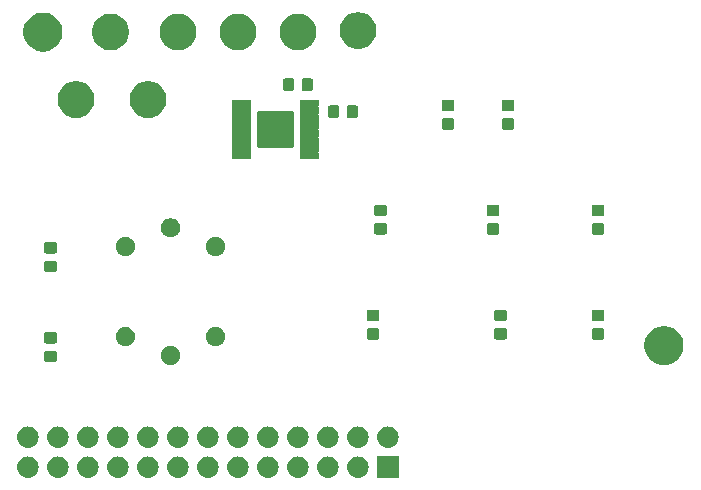
<source format=gbr>
G04 #@! TF.GenerationSoftware,KiCad,Pcbnew,(5.1.4)-1*
G04 #@! TF.CreationDate,2019-12-12T19:55:19+09:00*
G04 #@! TF.ProjectId,microcar_head,6d696372-6f63-4617-925f-686561642e6b,rev?*
G04 #@! TF.SameCoordinates,Original*
G04 #@! TF.FileFunction,Soldermask,Top*
G04 #@! TF.FilePolarity,Negative*
%FSLAX46Y46*%
G04 Gerber Fmt 4.6, Leading zero omitted, Abs format (unit mm)*
G04 Created by KiCad (PCBNEW (5.1.4)-1) date 2019-12-12 19:55:19*
%MOMM*%
%LPD*%
G04 APERTURE LIST*
%ADD10C,0.100000*%
G04 APERTURE END LIST*
D10*
G36*
X51701000Y-65036000D02*
G01*
X49899000Y-65036000D01*
X49899000Y-63234000D01*
X51701000Y-63234000D01*
X51701000Y-65036000D01*
X51701000Y-65036000D01*
G37*
G36*
X48370443Y-63240519D02*
G01*
X48436627Y-63247037D01*
X48606466Y-63298557D01*
X48762991Y-63382222D01*
X48798729Y-63411552D01*
X48900186Y-63494814D01*
X48983448Y-63596271D01*
X49012778Y-63632009D01*
X49096443Y-63788534D01*
X49147963Y-63958373D01*
X49165359Y-64135000D01*
X49147963Y-64311627D01*
X49096443Y-64481466D01*
X49012778Y-64637991D01*
X48983448Y-64673729D01*
X48900186Y-64775186D01*
X48798729Y-64858448D01*
X48762991Y-64887778D01*
X48606466Y-64971443D01*
X48436627Y-65022963D01*
X48370442Y-65029482D01*
X48304260Y-65036000D01*
X48215740Y-65036000D01*
X48149558Y-65029482D01*
X48083373Y-65022963D01*
X47913534Y-64971443D01*
X47757009Y-64887778D01*
X47721271Y-64858448D01*
X47619814Y-64775186D01*
X47536552Y-64673729D01*
X47507222Y-64637991D01*
X47423557Y-64481466D01*
X47372037Y-64311627D01*
X47354641Y-64135000D01*
X47372037Y-63958373D01*
X47423557Y-63788534D01*
X47507222Y-63632009D01*
X47536552Y-63596271D01*
X47619814Y-63494814D01*
X47721271Y-63411552D01*
X47757009Y-63382222D01*
X47913534Y-63298557D01*
X48083373Y-63247037D01*
X48149557Y-63240519D01*
X48215740Y-63234000D01*
X48304260Y-63234000D01*
X48370443Y-63240519D01*
X48370443Y-63240519D01*
G37*
G36*
X20430443Y-63240519D02*
G01*
X20496627Y-63247037D01*
X20666466Y-63298557D01*
X20822991Y-63382222D01*
X20858729Y-63411552D01*
X20960186Y-63494814D01*
X21043448Y-63596271D01*
X21072778Y-63632009D01*
X21156443Y-63788534D01*
X21207963Y-63958373D01*
X21225359Y-64135000D01*
X21207963Y-64311627D01*
X21156443Y-64481466D01*
X21072778Y-64637991D01*
X21043448Y-64673729D01*
X20960186Y-64775186D01*
X20858729Y-64858448D01*
X20822991Y-64887778D01*
X20666466Y-64971443D01*
X20496627Y-65022963D01*
X20430442Y-65029482D01*
X20364260Y-65036000D01*
X20275740Y-65036000D01*
X20209558Y-65029482D01*
X20143373Y-65022963D01*
X19973534Y-64971443D01*
X19817009Y-64887778D01*
X19781271Y-64858448D01*
X19679814Y-64775186D01*
X19596552Y-64673729D01*
X19567222Y-64637991D01*
X19483557Y-64481466D01*
X19432037Y-64311627D01*
X19414641Y-64135000D01*
X19432037Y-63958373D01*
X19483557Y-63788534D01*
X19567222Y-63632009D01*
X19596552Y-63596271D01*
X19679814Y-63494814D01*
X19781271Y-63411552D01*
X19817009Y-63382222D01*
X19973534Y-63298557D01*
X20143373Y-63247037D01*
X20209557Y-63240519D01*
X20275740Y-63234000D01*
X20364260Y-63234000D01*
X20430443Y-63240519D01*
X20430443Y-63240519D01*
G37*
G36*
X22970443Y-63240519D02*
G01*
X23036627Y-63247037D01*
X23206466Y-63298557D01*
X23362991Y-63382222D01*
X23398729Y-63411552D01*
X23500186Y-63494814D01*
X23583448Y-63596271D01*
X23612778Y-63632009D01*
X23696443Y-63788534D01*
X23747963Y-63958373D01*
X23765359Y-64135000D01*
X23747963Y-64311627D01*
X23696443Y-64481466D01*
X23612778Y-64637991D01*
X23583448Y-64673729D01*
X23500186Y-64775186D01*
X23398729Y-64858448D01*
X23362991Y-64887778D01*
X23206466Y-64971443D01*
X23036627Y-65022963D01*
X22970442Y-65029482D01*
X22904260Y-65036000D01*
X22815740Y-65036000D01*
X22749558Y-65029482D01*
X22683373Y-65022963D01*
X22513534Y-64971443D01*
X22357009Y-64887778D01*
X22321271Y-64858448D01*
X22219814Y-64775186D01*
X22136552Y-64673729D01*
X22107222Y-64637991D01*
X22023557Y-64481466D01*
X21972037Y-64311627D01*
X21954641Y-64135000D01*
X21972037Y-63958373D01*
X22023557Y-63788534D01*
X22107222Y-63632009D01*
X22136552Y-63596271D01*
X22219814Y-63494814D01*
X22321271Y-63411552D01*
X22357009Y-63382222D01*
X22513534Y-63298557D01*
X22683373Y-63247037D01*
X22749557Y-63240519D01*
X22815740Y-63234000D01*
X22904260Y-63234000D01*
X22970443Y-63240519D01*
X22970443Y-63240519D01*
G37*
G36*
X25510443Y-63240519D02*
G01*
X25576627Y-63247037D01*
X25746466Y-63298557D01*
X25902991Y-63382222D01*
X25938729Y-63411552D01*
X26040186Y-63494814D01*
X26123448Y-63596271D01*
X26152778Y-63632009D01*
X26236443Y-63788534D01*
X26287963Y-63958373D01*
X26305359Y-64135000D01*
X26287963Y-64311627D01*
X26236443Y-64481466D01*
X26152778Y-64637991D01*
X26123448Y-64673729D01*
X26040186Y-64775186D01*
X25938729Y-64858448D01*
X25902991Y-64887778D01*
X25746466Y-64971443D01*
X25576627Y-65022963D01*
X25510442Y-65029482D01*
X25444260Y-65036000D01*
X25355740Y-65036000D01*
X25289558Y-65029482D01*
X25223373Y-65022963D01*
X25053534Y-64971443D01*
X24897009Y-64887778D01*
X24861271Y-64858448D01*
X24759814Y-64775186D01*
X24676552Y-64673729D01*
X24647222Y-64637991D01*
X24563557Y-64481466D01*
X24512037Y-64311627D01*
X24494641Y-64135000D01*
X24512037Y-63958373D01*
X24563557Y-63788534D01*
X24647222Y-63632009D01*
X24676552Y-63596271D01*
X24759814Y-63494814D01*
X24861271Y-63411552D01*
X24897009Y-63382222D01*
X25053534Y-63298557D01*
X25223373Y-63247037D01*
X25289557Y-63240519D01*
X25355740Y-63234000D01*
X25444260Y-63234000D01*
X25510443Y-63240519D01*
X25510443Y-63240519D01*
G37*
G36*
X28050443Y-63240519D02*
G01*
X28116627Y-63247037D01*
X28286466Y-63298557D01*
X28442991Y-63382222D01*
X28478729Y-63411552D01*
X28580186Y-63494814D01*
X28663448Y-63596271D01*
X28692778Y-63632009D01*
X28776443Y-63788534D01*
X28827963Y-63958373D01*
X28845359Y-64135000D01*
X28827963Y-64311627D01*
X28776443Y-64481466D01*
X28692778Y-64637991D01*
X28663448Y-64673729D01*
X28580186Y-64775186D01*
X28478729Y-64858448D01*
X28442991Y-64887778D01*
X28286466Y-64971443D01*
X28116627Y-65022963D01*
X28050442Y-65029482D01*
X27984260Y-65036000D01*
X27895740Y-65036000D01*
X27829558Y-65029482D01*
X27763373Y-65022963D01*
X27593534Y-64971443D01*
X27437009Y-64887778D01*
X27401271Y-64858448D01*
X27299814Y-64775186D01*
X27216552Y-64673729D01*
X27187222Y-64637991D01*
X27103557Y-64481466D01*
X27052037Y-64311627D01*
X27034641Y-64135000D01*
X27052037Y-63958373D01*
X27103557Y-63788534D01*
X27187222Y-63632009D01*
X27216552Y-63596271D01*
X27299814Y-63494814D01*
X27401271Y-63411552D01*
X27437009Y-63382222D01*
X27593534Y-63298557D01*
X27763373Y-63247037D01*
X27829557Y-63240519D01*
X27895740Y-63234000D01*
X27984260Y-63234000D01*
X28050443Y-63240519D01*
X28050443Y-63240519D01*
G37*
G36*
X30590443Y-63240519D02*
G01*
X30656627Y-63247037D01*
X30826466Y-63298557D01*
X30982991Y-63382222D01*
X31018729Y-63411552D01*
X31120186Y-63494814D01*
X31203448Y-63596271D01*
X31232778Y-63632009D01*
X31316443Y-63788534D01*
X31367963Y-63958373D01*
X31385359Y-64135000D01*
X31367963Y-64311627D01*
X31316443Y-64481466D01*
X31232778Y-64637991D01*
X31203448Y-64673729D01*
X31120186Y-64775186D01*
X31018729Y-64858448D01*
X30982991Y-64887778D01*
X30826466Y-64971443D01*
X30656627Y-65022963D01*
X30590442Y-65029482D01*
X30524260Y-65036000D01*
X30435740Y-65036000D01*
X30369558Y-65029482D01*
X30303373Y-65022963D01*
X30133534Y-64971443D01*
X29977009Y-64887778D01*
X29941271Y-64858448D01*
X29839814Y-64775186D01*
X29756552Y-64673729D01*
X29727222Y-64637991D01*
X29643557Y-64481466D01*
X29592037Y-64311627D01*
X29574641Y-64135000D01*
X29592037Y-63958373D01*
X29643557Y-63788534D01*
X29727222Y-63632009D01*
X29756552Y-63596271D01*
X29839814Y-63494814D01*
X29941271Y-63411552D01*
X29977009Y-63382222D01*
X30133534Y-63298557D01*
X30303373Y-63247037D01*
X30369557Y-63240519D01*
X30435740Y-63234000D01*
X30524260Y-63234000D01*
X30590443Y-63240519D01*
X30590443Y-63240519D01*
G37*
G36*
X35670443Y-63240519D02*
G01*
X35736627Y-63247037D01*
X35906466Y-63298557D01*
X36062991Y-63382222D01*
X36098729Y-63411552D01*
X36200186Y-63494814D01*
X36283448Y-63596271D01*
X36312778Y-63632009D01*
X36396443Y-63788534D01*
X36447963Y-63958373D01*
X36465359Y-64135000D01*
X36447963Y-64311627D01*
X36396443Y-64481466D01*
X36312778Y-64637991D01*
X36283448Y-64673729D01*
X36200186Y-64775186D01*
X36098729Y-64858448D01*
X36062991Y-64887778D01*
X35906466Y-64971443D01*
X35736627Y-65022963D01*
X35670442Y-65029482D01*
X35604260Y-65036000D01*
X35515740Y-65036000D01*
X35449558Y-65029482D01*
X35383373Y-65022963D01*
X35213534Y-64971443D01*
X35057009Y-64887778D01*
X35021271Y-64858448D01*
X34919814Y-64775186D01*
X34836552Y-64673729D01*
X34807222Y-64637991D01*
X34723557Y-64481466D01*
X34672037Y-64311627D01*
X34654641Y-64135000D01*
X34672037Y-63958373D01*
X34723557Y-63788534D01*
X34807222Y-63632009D01*
X34836552Y-63596271D01*
X34919814Y-63494814D01*
X35021271Y-63411552D01*
X35057009Y-63382222D01*
X35213534Y-63298557D01*
X35383373Y-63247037D01*
X35449557Y-63240519D01*
X35515740Y-63234000D01*
X35604260Y-63234000D01*
X35670443Y-63240519D01*
X35670443Y-63240519D01*
G37*
G36*
X38210443Y-63240519D02*
G01*
X38276627Y-63247037D01*
X38446466Y-63298557D01*
X38602991Y-63382222D01*
X38638729Y-63411552D01*
X38740186Y-63494814D01*
X38823448Y-63596271D01*
X38852778Y-63632009D01*
X38936443Y-63788534D01*
X38987963Y-63958373D01*
X39005359Y-64135000D01*
X38987963Y-64311627D01*
X38936443Y-64481466D01*
X38852778Y-64637991D01*
X38823448Y-64673729D01*
X38740186Y-64775186D01*
X38638729Y-64858448D01*
X38602991Y-64887778D01*
X38446466Y-64971443D01*
X38276627Y-65022963D01*
X38210442Y-65029482D01*
X38144260Y-65036000D01*
X38055740Y-65036000D01*
X37989558Y-65029482D01*
X37923373Y-65022963D01*
X37753534Y-64971443D01*
X37597009Y-64887778D01*
X37561271Y-64858448D01*
X37459814Y-64775186D01*
X37376552Y-64673729D01*
X37347222Y-64637991D01*
X37263557Y-64481466D01*
X37212037Y-64311627D01*
X37194641Y-64135000D01*
X37212037Y-63958373D01*
X37263557Y-63788534D01*
X37347222Y-63632009D01*
X37376552Y-63596271D01*
X37459814Y-63494814D01*
X37561271Y-63411552D01*
X37597009Y-63382222D01*
X37753534Y-63298557D01*
X37923373Y-63247037D01*
X37989557Y-63240519D01*
X38055740Y-63234000D01*
X38144260Y-63234000D01*
X38210443Y-63240519D01*
X38210443Y-63240519D01*
G37*
G36*
X40750443Y-63240519D02*
G01*
X40816627Y-63247037D01*
X40986466Y-63298557D01*
X41142991Y-63382222D01*
X41178729Y-63411552D01*
X41280186Y-63494814D01*
X41363448Y-63596271D01*
X41392778Y-63632009D01*
X41476443Y-63788534D01*
X41527963Y-63958373D01*
X41545359Y-64135000D01*
X41527963Y-64311627D01*
X41476443Y-64481466D01*
X41392778Y-64637991D01*
X41363448Y-64673729D01*
X41280186Y-64775186D01*
X41178729Y-64858448D01*
X41142991Y-64887778D01*
X40986466Y-64971443D01*
X40816627Y-65022963D01*
X40750442Y-65029482D01*
X40684260Y-65036000D01*
X40595740Y-65036000D01*
X40529558Y-65029482D01*
X40463373Y-65022963D01*
X40293534Y-64971443D01*
X40137009Y-64887778D01*
X40101271Y-64858448D01*
X39999814Y-64775186D01*
X39916552Y-64673729D01*
X39887222Y-64637991D01*
X39803557Y-64481466D01*
X39752037Y-64311627D01*
X39734641Y-64135000D01*
X39752037Y-63958373D01*
X39803557Y-63788534D01*
X39887222Y-63632009D01*
X39916552Y-63596271D01*
X39999814Y-63494814D01*
X40101271Y-63411552D01*
X40137009Y-63382222D01*
X40293534Y-63298557D01*
X40463373Y-63247037D01*
X40529557Y-63240519D01*
X40595740Y-63234000D01*
X40684260Y-63234000D01*
X40750443Y-63240519D01*
X40750443Y-63240519D01*
G37*
G36*
X43290443Y-63240519D02*
G01*
X43356627Y-63247037D01*
X43526466Y-63298557D01*
X43682991Y-63382222D01*
X43718729Y-63411552D01*
X43820186Y-63494814D01*
X43903448Y-63596271D01*
X43932778Y-63632009D01*
X44016443Y-63788534D01*
X44067963Y-63958373D01*
X44085359Y-64135000D01*
X44067963Y-64311627D01*
X44016443Y-64481466D01*
X43932778Y-64637991D01*
X43903448Y-64673729D01*
X43820186Y-64775186D01*
X43718729Y-64858448D01*
X43682991Y-64887778D01*
X43526466Y-64971443D01*
X43356627Y-65022963D01*
X43290442Y-65029482D01*
X43224260Y-65036000D01*
X43135740Y-65036000D01*
X43069558Y-65029482D01*
X43003373Y-65022963D01*
X42833534Y-64971443D01*
X42677009Y-64887778D01*
X42641271Y-64858448D01*
X42539814Y-64775186D01*
X42456552Y-64673729D01*
X42427222Y-64637991D01*
X42343557Y-64481466D01*
X42292037Y-64311627D01*
X42274641Y-64135000D01*
X42292037Y-63958373D01*
X42343557Y-63788534D01*
X42427222Y-63632009D01*
X42456552Y-63596271D01*
X42539814Y-63494814D01*
X42641271Y-63411552D01*
X42677009Y-63382222D01*
X42833534Y-63298557D01*
X43003373Y-63247037D01*
X43069557Y-63240519D01*
X43135740Y-63234000D01*
X43224260Y-63234000D01*
X43290443Y-63240519D01*
X43290443Y-63240519D01*
G37*
G36*
X45830443Y-63240519D02*
G01*
X45896627Y-63247037D01*
X46066466Y-63298557D01*
X46222991Y-63382222D01*
X46258729Y-63411552D01*
X46360186Y-63494814D01*
X46443448Y-63596271D01*
X46472778Y-63632009D01*
X46556443Y-63788534D01*
X46607963Y-63958373D01*
X46625359Y-64135000D01*
X46607963Y-64311627D01*
X46556443Y-64481466D01*
X46472778Y-64637991D01*
X46443448Y-64673729D01*
X46360186Y-64775186D01*
X46258729Y-64858448D01*
X46222991Y-64887778D01*
X46066466Y-64971443D01*
X45896627Y-65022963D01*
X45830442Y-65029482D01*
X45764260Y-65036000D01*
X45675740Y-65036000D01*
X45609558Y-65029482D01*
X45543373Y-65022963D01*
X45373534Y-64971443D01*
X45217009Y-64887778D01*
X45181271Y-64858448D01*
X45079814Y-64775186D01*
X44996552Y-64673729D01*
X44967222Y-64637991D01*
X44883557Y-64481466D01*
X44832037Y-64311627D01*
X44814641Y-64135000D01*
X44832037Y-63958373D01*
X44883557Y-63788534D01*
X44967222Y-63632009D01*
X44996552Y-63596271D01*
X45079814Y-63494814D01*
X45181271Y-63411552D01*
X45217009Y-63382222D01*
X45373534Y-63298557D01*
X45543373Y-63247037D01*
X45609557Y-63240519D01*
X45675740Y-63234000D01*
X45764260Y-63234000D01*
X45830443Y-63240519D01*
X45830443Y-63240519D01*
G37*
G36*
X33130443Y-63240519D02*
G01*
X33196627Y-63247037D01*
X33366466Y-63298557D01*
X33522991Y-63382222D01*
X33558729Y-63411552D01*
X33660186Y-63494814D01*
X33743448Y-63596271D01*
X33772778Y-63632009D01*
X33856443Y-63788534D01*
X33907963Y-63958373D01*
X33925359Y-64135000D01*
X33907963Y-64311627D01*
X33856443Y-64481466D01*
X33772778Y-64637991D01*
X33743448Y-64673729D01*
X33660186Y-64775186D01*
X33558729Y-64858448D01*
X33522991Y-64887778D01*
X33366466Y-64971443D01*
X33196627Y-65022963D01*
X33130442Y-65029482D01*
X33064260Y-65036000D01*
X32975740Y-65036000D01*
X32909558Y-65029482D01*
X32843373Y-65022963D01*
X32673534Y-64971443D01*
X32517009Y-64887778D01*
X32481271Y-64858448D01*
X32379814Y-64775186D01*
X32296552Y-64673729D01*
X32267222Y-64637991D01*
X32183557Y-64481466D01*
X32132037Y-64311627D01*
X32114641Y-64135000D01*
X32132037Y-63958373D01*
X32183557Y-63788534D01*
X32267222Y-63632009D01*
X32296552Y-63596271D01*
X32379814Y-63494814D01*
X32481271Y-63411552D01*
X32517009Y-63382222D01*
X32673534Y-63298557D01*
X32843373Y-63247037D01*
X32909557Y-63240519D01*
X32975740Y-63234000D01*
X33064260Y-63234000D01*
X33130443Y-63240519D01*
X33130443Y-63240519D01*
G37*
G36*
X33130443Y-60700519D02*
G01*
X33196627Y-60707037D01*
X33366466Y-60758557D01*
X33522991Y-60842222D01*
X33558729Y-60871552D01*
X33660186Y-60954814D01*
X33743448Y-61056271D01*
X33772778Y-61092009D01*
X33856443Y-61248534D01*
X33907963Y-61418373D01*
X33925359Y-61595000D01*
X33907963Y-61771627D01*
X33856443Y-61941466D01*
X33772778Y-62097991D01*
X33743448Y-62133729D01*
X33660186Y-62235186D01*
X33558729Y-62318448D01*
X33522991Y-62347778D01*
X33366466Y-62431443D01*
X33196627Y-62482963D01*
X33130443Y-62489481D01*
X33064260Y-62496000D01*
X32975740Y-62496000D01*
X32909557Y-62489481D01*
X32843373Y-62482963D01*
X32673534Y-62431443D01*
X32517009Y-62347778D01*
X32481271Y-62318448D01*
X32379814Y-62235186D01*
X32296552Y-62133729D01*
X32267222Y-62097991D01*
X32183557Y-61941466D01*
X32132037Y-61771627D01*
X32114641Y-61595000D01*
X32132037Y-61418373D01*
X32183557Y-61248534D01*
X32267222Y-61092009D01*
X32296552Y-61056271D01*
X32379814Y-60954814D01*
X32481271Y-60871552D01*
X32517009Y-60842222D01*
X32673534Y-60758557D01*
X32843373Y-60707037D01*
X32909557Y-60700519D01*
X32975740Y-60694000D01*
X33064260Y-60694000D01*
X33130443Y-60700519D01*
X33130443Y-60700519D01*
G37*
G36*
X22970443Y-60700519D02*
G01*
X23036627Y-60707037D01*
X23206466Y-60758557D01*
X23362991Y-60842222D01*
X23398729Y-60871552D01*
X23500186Y-60954814D01*
X23583448Y-61056271D01*
X23612778Y-61092009D01*
X23696443Y-61248534D01*
X23747963Y-61418373D01*
X23765359Y-61595000D01*
X23747963Y-61771627D01*
X23696443Y-61941466D01*
X23612778Y-62097991D01*
X23583448Y-62133729D01*
X23500186Y-62235186D01*
X23398729Y-62318448D01*
X23362991Y-62347778D01*
X23206466Y-62431443D01*
X23036627Y-62482963D01*
X22970443Y-62489481D01*
X22904260Y-62496000D01*
X22815740Y-62496000D01*
X22749557Y-62489481D01*
X22683373Y-62482963D01*
X22513534Y-62431443D01*
X22357009Y-62347778D01*
X22321271Y-62318448D01*
X22219814Y-62235186D01*
X22136552Y-62133729D01*
X22107222Y-62097991D01*
X22023557Y-61941466D01*
X21972037Y-61771627D01*
X21954641Y-61595000D01*
X21972037Y-61418373D01*
X22023557Y-61248534D01*
X22107222Y-61092009D01*
X22136552Y-61056271D01*
X22219814Y-60954814D01*
X22321271Y-60871552D01*
X22357009Y-60842222D01*
X22513534Y-60758557D01*
X22683373Y-60707037D01*
X22749557Y-60700519D01*
X22815740Y-60694000D01*
X22904260Y-60694000D01*
X22970443Y-60700519D01*
X22970443Y-60700519D01*
G37*
G36*
X20430443Y-60700519D02*
G01*
X20496627Y-60707037D01*
X20666466Y-60758557D01*
X20822991Y-60842222D01*
X20858729Y-60871552D01*
X20960186Y-60954814D01*
X21043448Y-61056271D01*
X21072778Y-61092009D01*
X21156443Y-61248534D01*
X21207963Y-61418373D01*
X21225359Y-61595000D01*
X21207963Y-61771627D01*
X21156443Y-61941466D01*
X21072778Y-62097991D01*
X21043448Y-62133729D01*
X20960186Y-62235186D01*
X20858729Y-62318448D01*
X20822991Y-62347778D01*
X20666466Y-62431443D01*
X20496627Y-62482963D01*
X20430443Y-62489481D01*
X20364260Y-62496000D01*
X20275740Y-62496000D01*
X20209557Y-62489481D01*
X20143373Y-62482963D01*
X19973534Y-62431443D01*
X19817009Y-62347778D01*
X19781271Y-62318448D01*
X19679814Y-62235186D01*
X19596552Y-62133729D01*
X19567222Y-62097991D01*
X19483557Y-61941466D01*
X19432037Y-61771627D01*
X19414641Y-61595000D01*
X19432037Y-61418373D01*
X19483557Y-61248534D01*
X19567222Y-61092009D01*
X19596552Y-61056271D01*
X19679814Y-60954814D01*
X19781271Y-60871552D01*
X19817009Y-60842222D01*
X19973534Y-60758557D01*
X20143373Y-60707037D01*
X20209557Y-60700519D01*
X20275740Y-60694000D01*
X20364260Y-60694000D01*
X20430443Y-60700519D01*
X20430443Y-60700519D01*
G37*
G36*
X25510443Y-60700519D02*
G01*
X25576627Y-60707037D01*
X25746466Y-60758557D01*
X25902991Y-60842222D01*
X25938729Y-60871552D01*
X26040186Y-60954814D01*
X26123448Y-61056271D01*
X26152778Y-61092009D01*
X26236443Y-61248534D01*
X26287963Y-61418373D01*
X26305359Y-61595000D01*
X26287963Y-61771627D01*
X26236443Y-61941466D01*
X26152778Y-62097991D01*
X26123448Y-62133729D01*
X26040186Y-62235186D01*
X25938729Y-62318448D01*
X25902991Y-62347778D01*
X25746466Y-62431443D01*
X25576627Y-62482963D01*
X25510443Y-62489481D01*
X25444260Y-62496000D01*
X25355740Y-62496000D01*
X25289557Y-62489481D01*
X25223373Y-62482963D01*
X25053534Y-62431443D01*
X24897009Y-62347778D01*
X24861271Y-62318448D01*
X24759814Y-62235186D01*
X24676552Y-62133729D01*
X24647222Y-62097991D01*
X24563557Y-61941466D01*
X24512037Y-61771627D01*
X24494641Y-61595000D01*
X24512037Y-61418373D01*
X24563557Y-61248534D01*
X24647222Y-61092009D01*
X24676552Y-61056271D01*
X24759814Y-60954814D01*
X24861271Y-60871552D01*
X24897009Y-60842222D01*
X25053534Y-60758557D01*
X25223373Y-60707037D01*
X25289557Y-60700519D01*
X25355740Y-60694000D01*
X25444260Y-60694000D01*
X25510443Y-60700519D01*
X25510443Y-60700519D01*
G37*
G36*
X28050443Y-60700519D02*
G01*
X28116627Y-60707037D01*
X28286466Y-60758557D01*
X28442991Y-60842222D01*
X28478729Y-60871552D01*
X28580186Y-60954814D01*
X28663448Y-61056271D01*
X28692778Y-61092009D01*
X28776443Y-61248534D01*
X28827963Y-61418373D01*
X28845359Y-61595000D01*
X28827963Y-61771627D01*
X28776443Y-61941466D01*
X28692778Y-62097991D01*
X28663448Y-62133729D01*
X28580186Y-62235186D01*
X28478729Y-62318448D01*
X28442991Y-62347778D01*
X28286466Y-62431443D01*
X28116627Y-62482963D01*
X28050443Y-62489481D01*
X27984260Y-62496000D01*
X27895740Y-62496000D01*
X27829557Y-62489481D01*
X27763373Y-62482963D01*
X27593534Y-62431443D01*
X27437009Y-62347778D01*
X27401271Y-62318448D01*
X27299814Y-62235186D01*
X27216552Y-62133729D01*
X27187222Y-62097991D01*
X27103557Y-61941466D01*
X27052037Y-61771627D01*
X27034641Y-61595000D01*
X27052037Y-61418373D01*
X27103557Y-61248534D01*
X27187222Y-61092009D01*
X27216552Y-61056271D01*
X27299814Y-60954814D01*
X27401271Y-60871552D01*
X27437009Y-60842222D01*
X27593534Y-60758557D01*
X27763373Y-60707037D01*
X27829557Y-60700519D01*
X27895740Y-60694000D01*
X27984260Y-60694000D01*
X28050443Y-60700519D01*
X28050443Y-60700519D01*
G37*
G36*
X30590443Y-60700519D02*
G01*
X30656627Y-60707037D01*
X30826466Y-60758557D01*
X30982991Y-60842222D01*
X31018729Y-60871552D01*
X31120186Y-60954814D01*
X31203448Y-61056271D01*
X31232778Y-61092009D01*
X31316443Y-61248534D01*
X31367963Y-61418373D01*
X31385359Y-61595000D01*
X31367963Y-61771627D01*
X31316443Y-61941466D01*
X31232778Y-62097991D01*
X31203448Y-62133729D01*
X31120186Y-62235186D01*
X31018729Y-62318448D01*
X30982991Y-62347778D01*
X30826466Y-62431443D01*
X30656627Y-62482963D01*
X30590443Y-62489481D01*
X30524260Y-62496000D01*
X30435740Y-62496000D01*
X30369557Y-62489481D01*
X30303373Y-62482963D01*
X30133534Y-62431443D01*
X29977009Y-62347778D01*
X29941271Y-62318448D01*
X29839814Y-62235186D01*
X29756552Y-62133729D01*
X29727222Y-62097991D01*
X29643557Y-61941466D01*
X29592037Y-61771627D01*
X29574641Y-61595000D01*
X29592037Y-61418373D01*
X29643557Y-61248534D01*
X29727222Y-61092009D01*
X29756552Y-61056271D01*
X29839814Y-60954814D01*
X29941271Y-60871552D01*
X29977009Y-60842222D01*
X30133534Y-60758557D01*
X30303373Y-60707037D01*
X30369557Y-60700519D01*
X30435740Y-60694000D01*
X30524260Y-60694000D01*
X30590443Y-60700519D01*
X30590443Y-60700519D01*
G37*
G36*
X35670443Y-60700519D02*
G01*
X35736627Y-60707037D01*
X35906466Y-60758557D01*
X36062991Y-60842222D01*
X36098729Y-60871552D01*
X36200186Y-60954814D01*
X36283448Y-61056271D01*
X36312778Y-61092009D01*
X36396443Y-61248534D01*
X36447963Y-61418373D01*
X36465359Y-61595000D01*
X36447963Y-61771627D01*
X36396443Y-61941466D01*
X36312778Y-62097991D01*
X36283448Y-62133729D01*
X36200186Y-62235186D01*
X36098729Y-62318448D01*
X36062991Y-62347778D01*
X35906466Y-62431443D01*
X35736627Y-62482963D01*
X35670443Y-62489481D01*
X35604260Y-62496000D01*
X35515740Y-62496000D01*
X35449557Y-62489481D01*
X35383373Y-62482963D01*
X35213534Y-62431443D01*
X35057009Y-62347778D01*
X35021271Y-62318448D01*
X34919814Y-62235186D01*
X34836552Y-62133729D01*
X34807222Y-62097991D01*
X34723557Y-61941466D01*
X34672037Y-61771627D01*
X34654641Y-61595000D01*
X34672037Y-61418373D01*
X34723557Y-61248534D01*
X34807222Y-61092009D01*
X34836552Y-61056271D01*
X34919814Y-60954814D01*
X35021271Y-60871552D01*
X35057009Y-60842222D01*
X35213534Y-60758557D01*
X35383373Y-60707037D01*
X35449557Y-60700519D01*
X35515740Y-60694000D01*
X35604260Y-60694000D01*
X35670443Y-60700519D01*
X35670443Y-60700519D01*
G37*
G36*
X38210443Y-60700519D02*
G01*
X38276627Y-60707037D01*
X38446466Y-60758557D01*
X38602991Y-60842222D01*
X38638729Y-60871552D01*
X38740186Y-60954814D01*
X38823448Y-61056271D01*
X38852778Y-61092009D01*
X38936443Y-61248534D01*
X38987963Y-61418373D01*
X39005359Y-61595000D01*
X38987963Y-61771627D01*
X38936443Y-61941466D01*
X38852778Y-62097991D01*
X38823448Y-62133729D01*
X38740186Y-62235186D01*
X38638729Y-62318448D01*
X38602991Y-62347778D01*
X38446466Y-62431443D01*
X38276627Y-62482963D01*
X38210443Y-62489481D01*
X38144260Y-62496000D01*
X38055740Y-62496000D01*
X37989557Y-62489481D01*
X37923373Y-62482963D01*
X37753534Y-62431443D01*
X37597009Y-62347778D01*
X37561271Y-62318448D01*
X37459814Y-62235186D01*
X37376552Y-62133729D01*
X37347222Y-62097991D01*
X37263557Y-61941466D01*
X37212037Y-61771627D01*
X37194641Y-61595000D01*
X37212037Y-61418373D01*
X37263557Y-61248534D01*
X37347222Y-61092009D01*
X37376552Y-61056271D01*
X37459814Y-60954814D01*
X37561271Y-60871552D01*
X37597009Y-60842222D01*
X37753534Y-60758557D01*
X37923373Y-60707037D01*
X37989557Y-60700519D01*
X38055740Y-60694000D01*
X38144260Y-60694000D01*
X38210443Y-60700519D01*
X38210443Y-60700519D01*
G37*
G36*
X40750443Y-60700519D02*
G01*
X40816627Y-60707037D01*
X40986466Y-60758557D01*
X41142991Y-60842222D01*
X41178729Y-60871552D01*
X41280186Y-60954814D01*
X41363448Y-61056271D01*
X41392778Y-61092009D01*
X41476443Y-61248534D01*
X41527963Y-61418373D01*
X41545359Y-61595000D01*
X41527963Y-61771627D01*
X41476443Y-61941466D01*
X41392778Y-62097991D01*
X41363448Y-62133729D01*
X41280186Y-62235186D01*
X41178729Y-62318448D01*
X41142991Y-62347778D01*
X40986466Y-62431443D01*
X40816627Y-62482963D01*
X40750443Y-62489481D01*
X40684260Y-62496000D01*
X40595740Y-62496000D01*
X40529557Y-62489481D01*
X40463373Y-62482963D01*
X40293534Y-62431443D01*
X40137009Y-62347778D01*
X40101271Y-62318448D01*
X39999814Y-62235186D01*
X39916552Y-62133729D01*
X39887222Y-62097991D01*
X39803557Y-61941466D01*
X39752037Y-61771627D01*
X39734641Y-61595000D01*
X39752037Y-61418373D01*
X39803557Y-61248534D01*
X39887222Y-61092009D01*
X39916552Y-61056271D01*
X39999814Y-60954814D01*
X40101271Y-60871552D01*
X40137009Y-60842222D01*
X40293534Y-60758557D01*
X40463373Y-60707037D01*
X40529557Y-60700519D01*
X40595740Y-60694000D01*
X40684260Y-60694000D01*
X40750443Y-60700519D01*
X40750443Y-60700519D01*
G37*
G36*
X45830443Y-60700519D02*
G01*
X45896627Y-60707037D01*
X46066466Y-60758557D01*
X46222991Y-60842222D01*
X46258729Y-60871552D01*
X46360186Y-60954814D01*
X46443448Y-61056271D01*
X46472778Y-61092009D01*
X46556443Y-61248534D01*
X46607963Y-61418373D01*
X46625359Y-61595000D01*
X46607963Y-61771627D01*
X46556443Y-61941466D01*
X46472778Y-62097991D01*
X46443448Y-62133729D01*
X46360186Y-62235186D01*
X46258729Y-62318448D01*
X46222991Y-62347778D01*
X46066466Y-62431443D01*
X45896627Y-62482963D01*
X45830443Y-62489481D01*
X45764260Y-62496000D01*
X45675740Y-62496000D01*
X45609557Y-62489481D01*
X45543373Y-62482963D01*
X45373534Y-62431443D01*
X45217009Y-62347778D01*
X45181271Y-62318448D01*
X45079814Y-62235186D01*
X44996552Y-62133729D01*
X44967222Y-62097991D01*
X44883557Y-61941466D01*
X44832037Y-61771627D01*
X44814641Y-61595000D01*
X44832037Y-61418373D01*
X44883557Y-61248534D01*
X44967222Y-61092009D01*
X44996552Y-61056271D01*
X45079814Y-60954814D01*
X45181271Y-60871552D01*
X45217009Y-60842222D01*
X45373534Y-60758557D01*
X45543373Y-60707037D01*
X45609557Y-60700519D01*
X45675740Y-60694000D01*
X45764260Y-60694000D01*
X45830443Y-60700519D01*
X45830443Y-60700519D01*
G37*
G36*
X48370443Y-60700519D02*
G01*
X48436627Y-60707037D01*
X48606466Y-60758557D01*
X48762991Y-60842222D01*
X48798729Y-60871552D01*
X48900186Y-60954814D01*
X48983448Y-61056271D01*
X49012778Y-61092009D01*
X49096443Y-61248534D01*
X49147963Y-61418373D01*
X49165359Y-61595000D01*
X49147963Y-61771627D01*
X49096443Y-61941466D01*
X49012778Y-62097991D01*
X48983448Y-62133729D01*
X48900186Y-62235186D01*
X48798729Y-62318448D01*
X48762991Y-62347778D01*
X48606466Y-62431443D01*
X48436627Y-62482963D01*
X48370443Y-62489481D01*
X48304260Y-62496000D01*
X48215740Y-62496000D01*
X48149557Y-62489481D01*
X48083373Y-62482963D01*
X47913534Y-62431443D01*
X47757009Y-62347778D01*
X47721271Y-62318448D01*
X47619814Y-62235186D01*
X47536552Y-62133729D01*
X47507222Y-62097991D01*
X47423557Y-61941466D01*
X47372037Y-61771627D01*
X47354641Y-61595000D01*
X47372037Y-61418373D01*
X47423557Y-61248534D01*
X47507222Y-61092009D01*
X47536552Y-61056271D01*
X47619814Y-60954814D01*
X47721271Y-60871552D01*
X47757009Y-60842222D01*
X47913534Y-60758557D01*
X48083373Y-60707037D01*
X48149557Y-60700519D01*
X48215740Y-60694000D01*
X48304260Y-60694000D01*
X48370443Y-60700519D01*
X48370443Y-60700519D01*
G37*
G36*
X50910443Y-60700519D02*
G01*
X50976627Y-60707037D01*
X51146466Y-60758557D01*
X51302991Y-60842222D01*
X51338729Y-60871552D01*
X51440186Y-60954814D01*
X51523448Y-61056271D01*
X51552778Y-61092009D01*
X51636443Y-61248534D01*
X51687963Y-61418373D01*
X51705359Y-61595000D01*
X51687963Y-61771627D01*
X51636443Y-61941466D01*
X51552778Y-62097991D01*
X51523448Y-62133729D01*
X51440186Y-62235186D01*
X51338729Y-62318448D01*
X51302991Y-62347778D01*
X51146466Y-62431443D01*
X50976627Y-62482963D01*
X50910443Y-62489481D01*
X50844260Y-62496000D01*
X50755740Y-62496000D01*
X50689557Y-62489481D01*
X50623373Y-62482963D01*
X50453534Y-62431443D01*
X50297009Y-62347778D01*
X50261271Y-62318448D01*
X50159814Y-62235186D01*
X50076552Y-62133729D01*
X50047222Y-62097991D01*
X49963557Y-61941466D01*
X49912037Y-61771627D01*
X49894641Y-61595000D01*
X49912037Y-61418373D01*
X49963557Y-61248534D01*
X50047222Y-61092009D01*
X50076552Y-61056271D01*
X50159814Y-60954814D01*
X50261271Y-60871552D01*
X50297009Y-60842222D01*
X50453534Y-60758557D01*
X50623373Y-60707037D01*
X50689557Y-60700519D01*
X50755740Y-60694000D01*
X50844260Y-60694000D01*
X50910443Y-60700519D01*
X50910443Y-60700519D01*
G37*
G36*
X43290443Y-60700519D02*
G01*
X43356627Y-60707037D01*
X43526466Y-60758557D01*
X43682991Y-60842222D01*
X43718729Y-60871552D01*
X43820186Y-60954814D01*
X43903448Y-61056271D01*
X43932778Y-61092009D01*
X44016443Y-61248534D01*
X44067963Y-61418373D01*
X44085359Y-61595000D01*
X44067963Y-61771627D01*
X44016443Y-61941466D01*
X43932778Y-62097991D01*
X43903448Y-62133729D01*
X43820186Y-62235186D01*
X43718729Y-62318448D01*
X43682991Y-62347778D01*
X43526466Y-62431443D01*
X43356627Y-62482963D01*
X43290443Y-62489481D01*
X43224260Y-62496000D01*
X43135740Y-62496000D01*
X43069557Y-62489481D01*
X43003373Y-62482963D01*
X42833534Y-62431443D01*
X42677009Y-62347778D01*
X42641271Y-62318448D01*
X42539814Y-62235186D01*
X42456552Y-62133729D01*
X42427222Y-62097991D01*
X42343557Y-61941466D01*
X42292037Y-61771627D01*
X42274641Y-61595000D01*
X42292037Y-61418373D01*
X42343557Y-61248534D01*
X42427222Y-61092009D01*
X42456552Y-61056271D01*
X42539814Y-60954814D01*
X42641271Y-60871552D01*
X42677009Y-60842222D01*
X42833534Y-60758557D01*
X43003373Y-60707037D01*
X43069557Y-60700519D01*
X43135740Y-60694000D01*
X43224260Y-60694000D01*
X43290443Y-60700519D01*
X43290443Y-60700519D01*
G37*
G36*
X74543256Y-52239298D02*
G01*
X74649579Y-52260447D01*
X74950042Y-52384903D01*
X75220451Y-52565585D01*
X75450415Y-52795549D01*
X75631097Y-53065958D01*
X75741133Y-53331607D01*
X75755553Y-53366422D01*
X75819000Y-53685389D01*
X75819000Y-54010611D01*
X75789733Y-54157743D01*
X75755553Y-54329579D01*
X75631097Y-54630042D01*
X75450415Y-54900451D01*
X75220451Y-55130415D01*
X74950042Y-55311097D01*
X74649579Y-55435553D01*
X74543256Y-55456702D01*
X74330611Y-55499000D01*
X74005389Y-55499000D01*
X73792744Y-55456702D01*
X73686421Y-55435553D01*
X73385958Y-55311097D01*
X73115549Y-55130415D01*
X72885585Y-54900451D01*
X72704903Y-54630042D01*
X72580447Y-54329579D01*
X72546267Y-54157743D01*
X72517000Y-54010611D01*
X72517000Y-53685389D01*
X72580447Y-53366422D01*
X72594868Y-53331607D01*
X72704903Y-53065958D01*
X72885585Y-52795549D01*
X73115549Y-52565585D01*
X73385958Y-52384903D01*
X73686421Y-52260447D01*
X73792744Y-52239298D01*
X74005389Y-52197000D01*
X74330611Y-52197000D01*
X74543256Y-52239298D01*
X74543256Y-52239298D01*
G37*
G36*
X32622142Y-53894242D02*
G01*
X32770101Y-53955529D01*
X32903255Y-54044499D01*
X33016501Y-54157745D01*
X33105471Y-54290899D01*
X33166758Y-54438858D01*
X33198000Y-54595925D01*
X33198000Y-54756075D01*
X33166758Y-54913142D01*
X33105471Y-55061101D01*
X33016501Y-55194255D01*
X32903255Y-55307501D01*
X32770101Y-55396471D01*
X32622142Y-55457758D01*
X32465075Y-55489000D01*
X32304925Y-55489000D01*
X32147858Y-55457758D01*
X31999899Y-55396471D01*
X31866745Y-55307501D01*
X31753499Y-55194255D01*
X31664529Y-55061101D01*
X31603242Y-54913142D01*
X31572000Y-54756075D01*
X31572000Y-54595925D01*
X31603242Y-54438858D01*
X31664529Y-54290899D01*
X31753499Y-54157745D01*
X31866745Y-54044499D01*
X31999899Y-53955529D01*
X32147858Y-53894242D01*
X32304925Y-53863000D01*
X32465075Y-53863000D01*
X32622142Y-53894242D01*
X32622142Y-53894242D01*
G37*
G36*
X22604591Y-54278085D02*
G01*
X22638569Y-54288393D01*
X22669890Y-54305134D01*
X22697339Y-54327661D01*
X22719866Y-54355110D01*
X22736607Y-54386431D01*
X22746915Y-54420409D01*
X22751000Y-54461890D01*
X22751000Y-55063110D01*
X22746915Y-55104591D01*
X22736607Y-55138569D01*
X22719866Y-55169890D01*
X22697339Y-55197339D01*
X22669890Y-55219866D01*
X22638569Y-55236607D01*
X22604591Y-55246915D01*
X22563110Y-55251000D01*
X21886890Y-55251000D01*
X21845409Y-55246915D01*
X21811431Y-55236607D01*
X21780110Y-55219866D01*
X21752661Y-55197339D01*
X21730134Y-55169890D01*
X21713393Y-55138569D01*
X21703085Y-55104591D01*
X21699000Y-55063110D01*
X21699000Y-54461890D01*
X21703085Y-54420409D01*
X21713393Y-54386431D01*
X21730134Y-54355110D01*
X21752661Y-54327661D01*
X21780110Y-54305134D01*
X21811431Y-54288393D01*
X21845409Y-54278085D01*
X21886890Y-54274000D01*
X22563110Y-54274000D01*
X22604591Y-54278085D01*
X22604591Y-54278085D01*
G37*
G36*
X36440519Y-52312619D02*
G01*
X36588478Y-52373906D01*
X36721632Y-52462876D01*
X36834878Y-52576122D01*
X36923848Y-52709276D01*
X36985135Y-52857235D01*
X37016377Y-53014302D01*
X37016377Y-53174452D01*
X36985135Y-53331519D01*
X36923848Y-53479478D01*
X36834878Y-53612632D01*
X36721632Y-53725878D01*
X36588478Y-53814848D01*
X36440519Y-53876135D01*
X36283452Y-53907377D01*
X36123302Y-53907377D01*
X35966235Y-53876135D01*
X35818276Y-53814848D01*
X35685122Y-53725878D01*
X35571876Y-53612632D01*
X35482906Y-53479478D01*
X35421619Y-53331519D01*
X35390377Y-53174452D01*
X35390377Y-53014302D01*
X35421619Y-52857235D01*
X35482906Y-52709276D01*
X35571876Y-52576122D01*
X35685122Y-52462876D01*
X35818276Y-52373906D01*
X35966235Y-52312619D01*
X36123302Y-52281377D01*
X36283452Y-52281377D01*
X36440519Y-52312619D01*
X36440519Y-52312619D01*
G37*
G36*
X28803765Y-52312619D02*
G01*
X28951724Y-52373906D01*
X29084878Y-52462876D01*
X29198124Y-52576122D01*
X29287094Y-52709276D01*
X29348381Y-52857235D01*
X29379623Y-53014302D01*
X29379623Y-53174452D01*
X29348381Y-53331519D01*
X29287094Y-53479478D01*
X29198124Y-53612632D01*
X29084878Y-53725878D01*
X28951724Y-53814848D01*
X28803765Y-53876135D01*
X28646698Y-53907377D01*
X28486548Y-53907377D01*
X28329481Y-53876135D01*
X28181522Y-53814848D01*
X28048368Y-53725878D01*
X27935122Y-53612632D01*
X27846152Y-53479478D01*
X27784865Y-53331519D01*
X27753623Y-53174452D01*
X27753623Y-53014302D01*
X27784865Y-52857235D01*
X27846152Y-52709276D01*
X27935122Y-52576122D01*
X28048368Y-52462876D01*
X28181522Y-52373906D01*
X28329481Y-52312619D01*
X28486548Y-52281377D01*
X28646698Y-52281377D01*
X28803765Y-52312619D01*
X28803765Y-52312619D01*
G37*
G36*
X22604591Y-52703085D02*
G01*
X22638569Y-52713393D01*
X22669890Y-52730134D01*
X22697339Y-52752661D01*
X22719866Y-52780110D01*
X22736607Y-52811431D01*
X22746915Y-52845409D01*
X22751000Y-52886890D01*
X22751000Y-53488110D01*
X22746915Y-53529591D01*
X22736607Y-53563569D01*
X22719866Y-53594890D01*
X22697339Y-53622339D01*
X22669890Y-53644866D01*
X22638569Y-53661607D01*
X22604591Y-53671915D01*
X22563110Y-53676000D01*
X21886890Y-53676000D01*
X21845409Y-53671915D01*
X21811431Y-53661607D01*
X21780110Y-53644866D01*
X21752661Y-53622339D01*
X21730134Y-53594890D01*
X21713393Y-53563569D01*
X21703085Y-53529591D01*
X21699000Y-53488110D01*
X21699000Y-52886890D01*
X21703085Y-52845409D01*
X21713393Y-52811431D01*
X21730134Y-52780110D01*
X21752661Y-52752661D01*
X21780110Y-52730134D01*
X21811431Y-52713393D01*
X21845409Y-52703085D01*
X21886890Y-52699000D01*
X22563110Y-52699000D01*
X22604591Y-52703085D01*
X22604591Y-52703085D01*
G37*
G36*
X68959591Y-52373085D02*
G01*
X68993569Y-52383393D01*
X69024890Y-52400134D01*
X69052339Y-52422661D01*
X69074866Y-52450110D01*
X69091607Y-52481431D01*
X69101915Y-52515409D01*
X69106000Y-52556890D01*
X69106000Y-53158110D01*
X69101915Y-53199591D01*
X69091607Y-53233569D01*
X69074866Y-53264890D01*
X69052339Y-53292339D01*
X69024890Y-53314866D01*
X68993569Y-53331607D01*
X68959591Y-53341915D01*
X68918110Y-53346000D01*
X68241890Y-53346000D01*
X68200409Y-53341915D01*
X68166431Y-53331607D01*
X68135110Y-53314866D01*
X68107661Y-53292339D01*
X68085134Y-53264890D01*
X68068393Y-53233569D01*
X68058085Y-53199591D01*
X68054000Y-53158110D01*
X68054000Y-52556890D01*
X68058085Y-52515409D01*
X68068393Y-52481431D01*
X68085134Y-52450110D01*
X68107661Y-52422661D01*
X68135110Y-52400134D01*
X68166431Y-52383393D01*
X68200409Y-52373085D01*
X68241890Y-52369000D01*
X68918110Y-52369000D01*
X68959591Y-52373085D01*
X68959591Y-52373085D01*
G37*
G36*
X49909591Y-52373085D02*
G01*
X49943569Y-52383393D01*
X49974890Y-52400134D01*
X50002339Y-52422661D01*
X50024866Y-52450110D01*
X50041607Y-52481431D01*
X50051915Y-52515409D01*
X50056000Y-52556890D01*
X50056000Y-53158110D01*
X50051915Y-53199591D01*
X50041607Y-53233569D01*
X50024866Y-53264890D01*
X50002339Y-53292339D01*
X49974890Y-53314866D01*
X49943569Y-53331607D01*
X49909591Y-53341915D01*
X49868110Y-53346000D01*
X49191890Y-53346000D01*
X49150409Y-53341915D01*
X49116431Y-53331607D01*
X49085110Y-53314866D01*
X49057661Y-53292339D01*
X49035134Y-53264890D01*
X49018393Y-53233569D01*
X49008085Y-53199591D01*
X49004000Y-53158110D01*
X49004000Y-52556890D01*
X49008085Y-52515409D01*
X49018393Y-52481431D01*
X49035134Y-52450110D01*
X49057661Y-52422661D01*
X49085110Y-52400134D01*
X49116431Y-52383393D01*
X49150409Y-52373085D01*
X49191890Y-52369000D01*
X49868110Y-52369000D01*
X49909591Y-52373085D01*
X49909591Y-52373085D01*
G37*
G36*
X60704591Y-52373085D02*
G01*
X60738569Y-52383393D01*
X60769890Y-52400134D01*
X60797339Y-52422661D01*
X60819866Y-52450110D01*
X60836607Y-52481431D01*
X60846915Y-52515409D01*
X60851000Y-52556890D01*
X60851000Y-53158110D01*
X60846915Y-53199591D01*
X60836607Y-53233569D01*
X60819866Y-53264890D01*
X60797339Y-53292339D01*
X60769890Y-53314866D01*
X60738569Y-53331607D01*
X60704591Y-53341915D01*
X60663110Y-53346000D01*
X59986890Y-53346000D01*
X59945409Y-53341915D01*
X59911431Y-53331607D01*
X59880110Y-53314866D01*
X59852661Y-53292339D01*
X59830134Y-53264890D01*
X59813393Y-53233569D01*
X59803085Y-53199591D01*
X59799000Y-53158110D01*
X59799000Y-52556890D01*
X59803085Y-52515409D01*
X59813393Y-52481431D01*
X59830134Y-52450110D01*
X59852661Y-52422661D01*
X59880110Y-52400134D01*
X59911431Y-52383393D01*
X59945409Y-52373085D01*
X59986890Y-52369000D01*
X60663110Y-52369000D01*
X60704591Y-52373085D01*
X60704591Y-52373085D01*
G37*
G36*
X68959591Y-50798085D02*
G01*
X68993569Y-50808393D01*
X69024890Y-50825134D01*
X69052339Y-50847661D01*
X69074866Y-50875110D01*
X69091607Y-50906431D01*
X69101915Y-50940409D01*
X69106000Y-50981890D01*
X69106000Y-51583110D01*
X69101915Y-51624591D01*
X69091607Y-51658569D01*
X69074866Y-51689890D01*
X69052339Y-51717339D01*
X69024890Y-51739866D01*
X68993569Y-51756607D01*
X68959591Y-51766915D01*
X68918110Y-51771000D01*
X68241890Y-51771000D01*
X68200409Y-51766915D01*
X68166431Y-51756607D01*
X68135110Y-51739866D01*
X68107661Y-51717339D01*
X68085134Y-51689890D01*
X68068393Y-51658569D01*
X68058085Y-51624591D01*
X68054000Y-51583110D01*
X68054000Y-50981890D01*
X68058085Y-50940409D01*
X68068393Y-50906431D01*
X68085134Y-50875110D01*
X68107661Y-50847661D01*
X68135110Y-50825134D01*
X68166431Y-50808393D01*
X68200409Y-50798085D01*
X68241890Y-50794000D01*
X68918110Y-50794000D01*
X68959591Y-50798085D01*
X68959591Y-50798085D01*
G37*
G36*
X60704591Y-50798085D02*
G01*
X60738569Y-50808393D01*
X60769890Y-50825134D01*
X60797339Y-50847661D01*
X60819866Y-50875110D01*
X60836607Y-50906431D01*
X60846915Y-50940409D01*
X60851000Y-50981890D01*
X60851000Y-51583110D01*
X60846915Y-51624591D01*
X60836607Y-51658569D01*
X60819866Y-51689890D01*
X60797339Y-51717339D01*
X60769890Y-51739866D01*
X60738569Y-51756607D01*
X60704591Y-51766915D01*
X60663110Y-51771000D01*
X59986890Y-51771000D01*
X59945409Y-51766915D01*
X59911431Y-51756607D01*
X59880110Y-51739866D01*
X59852661Y-51717339D01*
X59830134Y-51689890D01*
X59813393Y-51658569D01*
X59803085Y-51624591D01*
X59799000Y-51583110D01*
X59799000Y-50981890D01*
X59803085Y-50940409D01*
X59813393Y-50906431D01*
X59830134Y-50875110D01*
X59852661Y-50847661D01*
X59880110Y-50825134D01*
X59911431Y-50808393D01*
X59945409Y-50798085D01*
X59986890Y-50794000D01*
X60663110Y-50794000D01*
X60704591Y-50798085D01*
X60704591Y-50798085D01*
G37*
G36*
X49909591Y-50798085D02*
G01*
X49943569Y-50808393D01*
X49974890Y-50825134D01*
X50002339Y-50847661D01*
X50024866Y-50875110D01*
X50041607Y-50906431D01*
X50051915Y-50940409D01*
X50056000Y-50981890D01*
X50056000Y-51583110D01*
X50051915Y-51624591D01*
X50041607Y-51658569D01*
X50024866Y-51689890D01*
X50002339Y-51717339D01*
X49974890Y-51739866D01*
X49943569Y-51756607D01*
X49909591Y-51766915D01*
X49868110Y-51771000D01*
X49191890Y-51771000D01*
X49150409Y-51766915D01*
X49116431Y-51756607D01*
X49085110Y-51739866D01*
X49057661Y-51717339D01*
X49035134Y-51689890D01*
X49018393Y-51658569D01*
X49008085Y-51624591D01*
X49004000Y-51583110D01*
X49004000Y-50981890D01*
X49008085Y-50940409D01*
X49018393Y-50906431D01*
X49035134Y-50875110D01*
X49057661Y-50847661D01*
X49085110Y-50825134D01*
X49116431Y-50808393D01*
X49150409Y-50798085D01*
X49191890Y-50794000D01*
X49868110Y-50794000D01*
X49909591Y-50798085D01*
X49909591Y-50798085D01*
G37*
G36*
X22604591Y-46658085D02*
G01*
X22638569Y-46668393D01*
X22669890Y-46685134D01*
X22697339Y-46707661D01*
X22719866Y-46735110D01*
X22736607Y-46766431D01*
X22746915Y-46800409D01*
X22751000Y-46841890D01*
X22751000Y-47443110D01*
X22746915Y-47484591D01*
X22736607Y-47518569D01*
X22719866Y-47549890D01*
X22697339Y-47577339D01*
X22669890Y-47599866D01*
X22638569Y-47616607D01*
X22604591Y-47626915D01*
X22563110Y-47631000D01*
X21886890Y-47631000D01*
X21845409Y-47626915D01*
X21811431Y-47616607D01*
X21780110Y-47599866D01*
X21752661Y-47577339D01*
X21730134Y-47549890D01*
X21713393Y-47518569D01*
X21703085Y-47484591D01*
X21699000Y-47443110D01*
X21699000Y-46841890D01*
X21703085Y-46800409D01*
X21713393Y-46766431D01*
X21730134Y-46735110D01*
X21752661Y-46707661D01*
X21780110Y-46685134D01*
X21811431Y-46668393D01*
X21845409Y-46658085D01*
X21886890Y-46654000D01*
X22563110Y-46654000D01*
X22604591Y-46658085D01*
X22604591Y-46658085D01*
G37*
G36*
X28803765Y-44675865D02*
G01*
X28951724Y-44737152D01*
X29084878Y-44826122D01*
X29198124Y-44939368D01*
X29287094Y-45072522D01*
X29348381Y-45220481D01*
X29379623Y-45377548D01*
X29379623Y-45537698D01*
X29348381Y-45694765D01*
X29287094Y-45842724D01*
X29198124Y-45975878D01*
X29084878Y-46089124D01*
X28951724Y-46178094D01*
X28803765Y-46239381D01*
X28646698Y-46270623D01*
X28486548Y-46270623D01*
X28329481Y-46239381D01*
X28181522Y-46178094D01*
X28048368Y-46089124D01*
X27935122Y-45975878D01*
X27846152Y-45842724D01*
X27784865Y-45694765D01*
X27753623Y-45537698D01*
X27753623Y-45377548D01*
X27784865Y-45220481D01*
X27846152Y-45072522D01*
X27935122Y-44939368D01*
X28048368Y-44826122D01*
X28181522Y-44737152D01*
X28329481Y-44675865D01*
X28486548Y-44644623D01*
X28646698Y-44644623D01*
X28803765Y-44675865D01*
X28803765Y-44675865D01*
G37*
G36*
X36440519Y-44675865D02*
G01*
X36588478Y-44737152D01*
X36721632Y-44826122D01*
X36834878Y-44939368D01*
X36923848Y-45072522D01*
X36985135Y-45220481D01*
X37016377Y-45377548D01*
X37016377Y-45537698D01*
X36985135Y-45694765D01*
X36923848Y-45842724D01*
X36834878Y-45975878D01*
X36721632Y-46089124D01*
X36588478Y-46178094D01*
X36440519Y-46239381D01*
X36283452Y-46270623D01*
X36123302Y-46270623D01*
X35966235Y-46239381D01*
X35818276Y-46178094D01*
X35685122Y-46089124D01*
X35571876Y-45975878D01*
X35482906Y-45842724D01*
X35421619Y-45694765D01*
X35390377Y-45537698D01*
X35390377Y-45377548D01*
X35421619Y-45220481D01*
X35482906Y-45072522D01*
X35571876Y-44939368D01*
X35685122Y-44826122D01*
X35818276Y-44737152D01*
X35966235Y-44675865D01*
X36123302Y-44644623D01*
X36283452Y-44644623D01*
X36440519Y-44675865D01*
X36440519Y-44675865D01*
G37*
G36*
X22604591Y-45083085D02*
G01*
X22638569Y-45093393D01*
X22669890Y-45110134D01*
X22697339Y-45132661D01*
X22719866Y-45160110D01*
X22736607Y-45191431D01*
X22746915Y-45225409D01*
X22751000Y-45266890D01*
X22751000Y-45868110D01*
X22746915Y-45909591D01*
X22736607Y-45943569D01*
X22719866Y-45974890D01*
X22697339Y-46002339D01*
X22669890Y-46024866D01*
X22638569Y-46041607D01*
X22604591Y-46051915D01*
X22563110Y-46056000D01*
X21886890Y-46056000D01*
X21845409Y-46051915D01*
X21811431Y-46041607D01*
X21780110Y-46024866D01*
X21752661Y-46002339D01*
X21730134Y-45974890D01*
X21713393Y-45943569D01*
X21703085Y-45909591D01*
X21699000Y-45868110D01*
X21699000Y-45266890D01*
X21703085Y-45225409D01*
X21713393Y-45191431D01*
X21730134Y-45160110D01*
X21752661Y-45132661D01*
X21780110Y-45110134D01*
X21811431Y-45093393D01*
X21845409Y-45083085D01*
X21886890Y-45079000D01*
X22563110Y-45079000D01*
X22604591Y-45083085D01*
X22604591Y-45083085D01*
G37*
G36*
X32622142Y-43094242D02*
G01*
X32770101Y-43155529D01*
X32903255Y-43244499D01*
X33016501Y-43357745D01*
X33105471Y-43490899D01*
X33166758Y-43638858D01*
X33198000Y-43795925D01*
X33198000Y-43956075D01*
X33166758Y-44113142D01*
X33105471Y-44261101D01*
X33016501Y-44394255D01*
X32903255Y-44507501D01*
X32770101Y-44596471D01*
X32622142Y-44657758D01*
X32465075Y-44689000D01*
X32304925Y-44689000D01*
X32147858Y-44657758D01*
X31999899Y-44596471D01*
X31866745Y-44507501D01*
X31753499Y-44394255D01*
X31664529Y-44261101D01*
X31603242Y-44113142D01*
X31572000Y-43956075D01*
X31572000Y-43795925D01*
X31603242Y-43638858D01*
X31664529Y-43490899D01*
X31753499Y-43357745D01*
X31866745Y-43244499D01*
X31999899Y-43155529D01*
X32147858Y-43094242D01*
X32304925Y-43063000D01*
X32465075Y-43063000D01*
X32622142Y-43094242D01*
X32622142Y-43094242D01*
G37*
G36*
X60069591Y-43483085D02*
G01*
X60103569Y-43493393D01*
X60134890Y-43510134D01*
X60162339Y-43532661D01*
X60184866Y-43560110D01*
X60201607Y-43591431D01*
X60211915Y-43625409D01*
X60216000Y-43666890D01*
X60216000Y-44268110D01*
X60211915Y-44309591D01*
X60201607Y-44343569D01*
X60184866Y-44374890D01*
X60162339Y-44402339D01*
X60134890Y-44424866D01*
X60103569Y-44441607D01*
X60069591Y-44451915D01*
X60028110Y-44456000D01*
X59351890Y-44456000D01*
X59310409Y-44451915D01*
X59276431Y-44441607D01*
X59245110Y-44424866D01*
X59217661Y-44402339D01*
X59195134Y-44374890D01*
X59178393Y-44343569D01*
X59168085Y-44309591D01*
X59164000Y-44268110D01*
X59164000Y-43666890D01*
X59168085Y-43625409D01*
X59178393Y-43591431D01*
X59195134Y-43560110D01*
X59217661Y-43532661D01*
X59245110Y-43510134D01*
X59276431Y-43493393D01*
X59310409Y-43483085D01*
X59351890Y-43479000D01*
X60028110Y-43479000D01*
X60069591Y-43483085D01*
X60069591Y-43483085D01*
G37*
G36*
X50544591Y-43483085D02*
G01*
X50578569Y-43493393D01*
X50609890Y-43510134D01*
X50637339Y-43532661D01*
X50659866Y-43560110D01*
X50676607Y-43591431D01*
X50686915Y-43625409D01*
X50691000Y-43666890D01*
X50691000Y-44268110D01*
X50686915Y-44309591D01*
X50676607Y-44343569D01*
X50659866Y-44374890D01*
X50637339Y-44402339D01*
X50609890Y-44424866D01*
X50578569Y-44441607D01*
X50544591Y-44451915D01*
X50503110Y-44456000D01*
X49826890Y-44456000D01*
X49785409Y-44451915D01*
X49751431Y-44441607D01*
X49720110Y-44424866D01*
X49692661Y-44402339D01*
X49670134Y-44374890D01*
X49653393Y-44343569D01*
X49643085Y-44309591D01*
X49639000Y-44268110D01*
X49639000Y-43666890D01*
X49643085Y-43625409D01*
X49653393Y-43591431D01*
X49670134Y-43560110D01*
X49692661Y-43532661D01*
X49720110Y-43510134D01*
X49751431Y-43493393D01*
X49785409Y-43483085D01*
X49826890Y-43479000D01*
X50503110Y-43479000D01*
X50544591Y-43483085D01*
X50544591Y-43483085D01*
G37*
G36*
X68959591Y-43483085D02*
G01*
X68993569Y-43493393D01*
X69024890Y-43510134D01*
X69052339Y-43532661D01*
X69074866Y-43560110D01*
X69091607Y-43591431D01*
X69101915Y-43625409D01*
X69106000Y-43666890D01*
X69106000Y-44268110D01*
X69101915Y-44309591D01*
X69091607Y-44343569D01*
X69074866Y-44374890D01*
X69052339Y-44402339D01*
X69024890Y-44424866D01*
X68993569Y-44441607D01*
X68959591Y-44451915D01*
X68918110Y-44456000D01*
X68241890Y-44456000D01*
X68200409Y-44451915D01*
X68166431Y-44441607D01*
X68135110Y-44424866D01*
X68107661Y-44402339D01*
X68085134Y-44374890D01*
X68068393Y-44343569D01*
X68058085Y-44309591D01*
X68054000Y-44268110D01*
X68054000Y-43666890D01*
X68058085Y-43625409D01*
X68068393Y-43591431D01*
X68085134Y-43560110D01*
X68107661Y-43532661D01*
X68135110Y-43510134D01*
X68166431Y-43493393D01*
X68200409Y-43483085D01*
X68241890Y-43479000D01*
X68918110Y-43479000D01*
X68959591Y-43483085D01*
X68959591Y-43483085D01*
G37*
G36*
X50544591Y-41908085D02*
G01*
X50578569Y-41918393D01*
X50609890Y-41935134D01*
X50637339Y-41957661D01*
X50659866Y-41985110D01*
X50676607Y-42016431D01*
X50686915Y-42050409D01*
X50691000Y-42091890D01*
X50691000Y-42693110D01*
X50686915Y-42734591D01*
X50676607Y-42768569D01*
X50659866Y-42799890D01*
X50637339Y-42827339D01*
X50609890Y-42849866D01*
X50578569Y-42866607D01*
X50544591Y-42876915D01*
X50503110Y-42881000D01*
X49826890Y-42881000D01*
X49785409Y-42876915D01*
X49751431Y-42866607D01*
X49720110Y-42849866D01*
X49692661Y-42827339D01*
X49670134Y-42799890D01*
X49653393Y-42768569D01*
X49643085Y-42734591D01*
X49639000Y-42693110D01*
X49639000Y-42091890D01*
X49643085Y-42050409D01*
X49653393Y-42016431D01*
X49670134Y-41985110D01*
X49692661Y-41957661D01*
X49720110Y-41935134D01*
X49751431Y-41918393D01*
X49785409Y-41908085D01*
X49826890Y-41904000D01*
X50503110Y-41904000D01*
X50544591Y-41908085D01*
X50544591Y-41908085D01*
G37*
G36*
X60069591Y-41908085D02*
G01*
X60103569Y-41918393D01*
X60134890Y-41935134D01*
X60162339Y-41957661D01*
X60184866Y-41985110D01*
X60201607Y-42016431D01*
X60211915Y-42050409D01*
X60216000Y-42091890D01*
X60216000Y-42693110D01*
X60211915Y-42734591D01*
X60201607Y-42768569D01*
X60184866Y-42799890D01*
X60162339Y-42827339D01*
X60134890Y-42849866D01*
X60103569Y-42866607D01*
X60069591Y-42876915D01*
X60028110Y-42881000D01*
X59351890Y-42881000D01*
X59310409Y-42876915D01*
X59276431Y-42866607D01*
X59245110Y-42849866D01*
X59217661Y-42827339D01*
X59195134Y-42799890D01*
X59178393Y-42768569D01*
X59168085Y-42734591D01*
X59164000Y-42693110D01*
X59164000Y-42091890D01*
X59168085Y-42050409D01*
X59178393Y-42016431D01*
X59195134Y-41985110D01*
X59217661Y-41957661D01*
X59245110Y-41935134D01*
X59276431Y-41918393D01*
X59310409Y-41908085D01*
X59351890Y-41904000D01*
X60028110Y-41904000D01*
X60069591Y-41908085D01*
X60069591Y-41908085D01*
G37*
G36*
X68959591Y-41908085D02*
G01*
X68993569Y-41918393D01*
X69024890Y-41935134D01*
X69052339Y-41957661D01*
X69074866Y-41985110D01*
X69091607Y-42016431D01*
X69101915Y-42050409D01*
X69106000Y-42091890D01*
X69106000Y-42693110D01*
X69101915Y-42734591D01*
X69091607Y-42768569D01*
X69074866Y-42799890D01*
X69052339Y-42827339D01*
X69024890Y-42849866D01*
X68993569Y-42866607D01*
X68959591Y-42876915D01*
X68918110Y-42881000D01*
X68241890Y-42881000D01*
X68200409Y-42876915D01*
X68166431Y-42866607D01*
X68135110Y-42849866D01*
X68107661Y-42827339D01*
X68085134Y-42799890D01*
X68068393Y-42768569D01*
X68058085Y-42734591D01*
X68054000Y-42693110D01*
X68054000Y-42091890D01*
X68058085Y-42050409D01*
X68068393Y-42016431D01*
X68085134Y-41985110D01*
X68107661Y-41957661D01*
X68135110Y-41935134D01*
X68166431Y-41918393D01*
X68200409Y-41908085D01*
X68241890Y-41904000D01*
X68918110Y-41904000D01*
X68959591Y-41908085D01*
X68959591Y-41908085D01*
G37*
G36*
X44925170Y-33035803D02*
G01*
X44936875Y-33039354D01*
X44947665Y-33045121D01*
X44957119Y-33052881D01*
X44964879Y-33062335D01*
X44970646Y-33073125D01*
X44974197Y-33084830D01*
X44976000Y-33103138D01*
X44976000Y-33466862D01*
X44974197Y-33485170D01*
X44970646Y-33496875D01*
X44964879Y-33507665D01*
X44953370Y-33521688D01*
X44944355Y-33530704D01*
X44930741Y-33551078D01*
X44921365Y-33573717D01*
X44916585Y-33597751D01*
X44916585Y-33622255D01*
X44921366Y-33646288D01*
X44930744Y-33668926D01*
X44944358Y-33689301D01*
X44953374Y-33698317D01*
X44964879Y-33712335D01*
X44970646Y-33723125D01*
X44974197Y-33734830D01*
X44976000Y-33753138D01*
X44976000Y-34116862D01*
X44974197Y-34135170D01*
X44970646Y-34146875D01*
X44964879Y-34157665D01*
X44953370Y-34171688D01*
X44944355Y-34180704D01*
X44930741Y-34201078D01*
X44921365Y-34223717D01*
X44916585Y-34247751D01*
X44916585Y-34272255D01*
X44921366Y-34296288D01*
X44930744Y-34318926D01*
X44944358Y-34339301D01*
X44953374Y-34348317D01*
X44964879Y-34362335D01*
X44970646Y-34373125D01*
X44974197Y-34384830D01*
X44976000Y-34403138D01*
X44976000Y-34766862D01*
X44974197Y-34785170D01*
X44970646Y-34796875D01*
X44964879Y-34807665D01*
X44953370Y-34821688D01*
X44944355Y-34830704D01*
X44930741Y-34851078D01*
X44921365Y-34873717D01*
X44916585Y-34897751D01*
X44916585Y-34922255D01*
X44921366Y-34946288D01*
X44930744Y-34968926D01*
X44944358Y-34989301D01*
X44953374Y-34998317D01*
X44964879Y-35012335D01*
X44970646Y-35023125D01*
X44974197Y-35034830D01*
X44976000Y-35053138D01*
X44976000Y-35416862D01*
X44974197Y-35435170D01*
X44970646Y-35446875D01*
X44964879Y-35457665D01*
X44953370Y-35471688D01*
X44944355Y-35480704D01*
X44930741Y-35501078D01*
X44921365Y-35523717D01*
X44916585Y-35547751D01*
X44916585Y-35572255D01*
X44921366Y-35596288D01*
X44930744Y-35618926D01*
X44944358Y-35639301D01*
X44953374Y-35648317D01*
X44964879Y-35662335D01*
X44970646Y-35673125D01*
X44974197Y-35684830D01*
X44976000Y-35703138D01*
X44976000Y-36066862D01*
X44974197Y-36085170D01*
X44970646Y-36096875D01*
X44964879Y-36107665D01*
X44953370Y-36121688D01*
X44944355Y-36130704D01*
X44930741Y-36151078D01*
X44921365Y-36173717D01*
X44916585Y-36197751D01*
X44916585Y-36222255D01*
X44921366Y-36246288D01*
X44930744Y-36268926D01*
X44944358Y-36289301D01*
X44953374Y-36298317D01*
X44964879Y-36312335D01*
X44970646Y-36323125D01*
X44974197Y-36334830D01*
X44976000Y-36353138D01*
X44976000Y-36716862D01*
X44974197Y-36735170D01*
X44970646Y-36746875D01*
X44964879Y-36757665D01*
X44953370Y-36771688D01*
X44944355Y-36780704D01*
X44930741Y-36801078D01*
X44921365Y-36823717D01*
X44916585Y-36847751D01*
X44916585Y-36872255D01*
X44921366Y-36896288D01*
X44930744Y-36918926D01*
X44944358Y-36939301D01*
X44953374Y-36948317D01*
X44964879Y-36962335D01*
X44970646Y-36973125D01*
X44974197Y-36984830D01*
X44976000Y-37003138D01*
X44976000Y-37366862D01*
X44974197Y-37385170D01*
X44970646Y-37396875D01*
X44964879Y-37407665D01*
X44953370Y-37421688D01*
X44944355Y-37430704D01*
X44930741Y-37451078D01*
X44921365Y-37473717D01*
X44916585Y-37497751D01*
X44916585Y-37522255D01*
X44921366Y-37546288D01*
X44930744Y-37568926D01*
X44944358Y-37589301D01*
X44953374Y-37598317D01*
X44964879Y-37612335D01*
X44970646Y-37623125D01*
X44974197Y-37634830D01*
X44976000Y-37653138D01*
X44976000Y-38016862D01*
X44974197Y-38035170D01*
X44970646Y-38046875D01*
X44964879Y-38057665D01*
X44957119Y-38067119D01*
X44947665Y-38074879D01*
X44936875Y-38080646D01*
X44925170Y-38084197D01*
X44906862Y-38086000D01*
X43393138Y-38086000D01*
X43374830Y-38084197D01*
X43363125Y-38080646D01*
X43352335Y-38074879D01*
X43342881Y-38067119D01*
X43335121Y-38057665D01*
X43329354Y-38046875D01*
X43325803Y-38035170D01*
X43324000Y-38016862D01*
X43324000Y-37653138D01*
X43325803Y-37634830D01*
X43329354Y-37623125D01*
X43335121Y-37612335D01*
X43346630Y-37598312D01*
X43355645Y-37589296D01*
X43369259Y-37568922D01*
X43378635Y-37546283D01*
X43383415Y-37522249D01*
X43383415Y-37497745D01*
X43378634Y-37473712D01*
X43369256Y-37451074D01*
X43355642Y-37430699D01*
X43346626Y-37421683D01*
X43335121Y-37407665D01*
X43329354Y-37396875D01*
X43325803Y-37385170D01*
X43324000Y-37366862D01*
X43324000Y-37003138D01*
X43325803Y-36984830D01*
X43329354Y-36973125D01*
X43335121Y-36962335D01*
X43346630Y-36948312D01*
X43355645Y-36939296D01*
X43369259Y-36918922D01*
X43378635Y-36896283D01*
X43383415Y-36872249D01*
X43383415Y-36847745D01*
X43378634Y-36823712D01*
X43369256Y-36801074D01*
X43355642Y-36780699D01*
X43346626Y-36771683D01*
X43335121Y-36757665D01*
X43329354Y-36746875D01*
X43325803Y-36735170D01*
X43324000Y-36716862D01*
X43324000Y-36353138D01*
X43325803Y-36334830D01*
X43329354Y-36323125D01*
X43335121Y-36312335D01*
X43346630Y-36298312D01*
X43355645Y-36289296D01*
X43369259Y-36268922D01*
X43378635Y-36246283D01*
X43383415Y-36222249D01*
X43383415Y-36197745D01*
X43378634Y-36173712D01*
X43369256Y-36151074D01*
X43355642Y-36130699D01*
X43346626Y-36121683D01*
X43335121Y-36107665D01*
X43329354Y-36096875D01*
X43325803Y-36085170D01*
X43324000Y-36066862D01*
X43324000Y-35703138D01*
X43325803Y-35684830D01*
X43329354Y-35673125D01*
X43335121Y-35662335D01*
X43346630Y-35648312D01*
X43355645Y-35639296D01*
X43369259Y-35618922D01*
X43378635Y-35596283D01*
X43383415Y-35572249D01*
X43383415Y-35547745D01*
X43378634Y-35523712D01*
X43369256Y-35501074D01*
X43355642Y-35480699D01*
X43346626Y-35471683D01*
X43335121Y-35457665D01*
X43329354Y-35446875D01*
X43325803Y-35435170D01*
X43324000Y-35416862D01*
X43324000Y-35053138D01*
X43325803Y-35034830D01*
X43329354Y-35023125D01*
X43335121Y-35012335D01*
X43346630Y-34998312D01*
X43355645Y-34989296D01*
X43369259Y-34968922D01*
X43378635Y-34946283D01*
X43383415Y-34922249D01*
X43383415Y-34897745D01*
X43378634Y-34873712D01*
X43369256Y-34851074D01*
X43355642Y-34830699D01*
X43346626Y-34821683D01*
X43335121Y-34807665D01*
X43329354Y-34796875D01*
X43325803Y-34785170D01*
X43324000Y-34766862D01*
X43324000Y-34403138D01*
X43325803Y-34384830D01*
X43329354Y-34373125D01*
X43335121Y-34362335D01*
X43346630Y-34348312D01*
X43355645Y-34339296D01*
X43369259Y-34318922D01*
X43378635Y-34296283D01*
X43383415Y-34272249D01*
X43383415Y-34247745D01*
X43378634Y-34223712D01*
X43369256Y-34201074D01*
X43355642Y-34180699D01*
X43346626Y-34171683D01*
X43335121Y-34157665D01*
X43329354Y-34146875D01*
X43325803Y-34135170D01*
X43324000Y-34116862D01*
X43324000Y-33753138D01*
X43325803Y-33734830D01*
X43329354Y-33723125D01*
X43335121Y-33712335D01*
X43346630Y-33698312D01*
X43355645Y-33689296D01*
X43369259Y-33668922D01*
X43378635Y-33646283D01*
X43383415Y-33622249D01*
X43383415Y-33597745D01*
X43378634Y-33573712D01*
X43369256Y-33551074D01*
X43355642Y-33530699D01*
X43346626Y-33521683D01*
X43335121Y-33507665D01*
X43329354Y-33496875D01*
X43325803Y-33485170D01*
X43324000Y-33466862D01*
X43324000Y-33103138D01*
X43325803Y-33084830D01*
X43329354Y-33073125D01*
X43335121Y-33062335D01*
X43342881Y-33052881D01*
X43352335Y-33045121D01*
X43363125Y-33039354D01*
X43374830Y-33035803D01*
X43393138Y-33034000D01*
X44906862Y-33034000D01*
X44925170Y-33035803D01*
X44925170Y-33035803D01*
G37*
G36*
X39175170Y-33035803D02*
G01*
X39186875Y-33039354D01*
X39197665Y-33045121D01*
X39207119Y-33052881D01*
X39214879Y-33062335D01*
X39220646Y-33073125D01*
X39224197Y-33084830D01*
X39226000Y-33103138D01*
X39226000Y-33466862D01*
X39224197Y-33485170D01*
X39220646Y-33496875D01*
X39214879Y-33507665D01*
X39203370Y-33521688D01*
X39194355Y-33530704D01*
X39180741Y-33551078D01*
X39171365Y-33573717D01*
X39166585Y-33597751D01*
X39166585Y-33622255D01*
X39171366Y-33646288D01*
X39180744Y-33668926D01*
X39194358Y-33689301D01*
X39203374Y-33698317D01*
X39214879Y-33712335D01*
X39220646Y-33723125D01*
X39224197Y-33734830D01*
X39226000Y-33753138D01*
X39226000Y-34116862D01*
X39224197Y-34135170D01*
X39220646Y-34146875D01*
X39214879Y-34157665D01*
X39203370Y-34171688D01*
X39194355Y-34180704D01*
X39180741Y-34201078D01*
X39171365Y-34223717D01*
X39166585Y-34247751D01*
X39166585Y-34272255D01*
X39171366Y-34296288D01*
X39180744Y-34318926D01*
X39194358Y-34339301D01*
X39203374Y-34348317D01*
X39214879Y-34362335D01*
X39220646Y-34373125D01*
X39224197Y-34384830D01*
X39226000Y-34403138D01*
X39226000Y-34766862D01*
X39224197Y-34785170D01*
X39220646Y-34796875D01*
X39214879Y-34807665D01*
X39203370Y-34821688D01*
X39194355Y-34830704D01*
X39180741Y-34851078D01*
X39171365Y-34873717D01*
X39166585Y-34897751D01*
X39166585Y-34922255D01*
X39171366Y-34946288D01*
X39180744Y-34968926D01*
X39194358Y-34989301D01*
X39203374Y-34998317D01*
X39214879Y-35012335D01*
X39220646Y-35023125D01*
X39224197Y-35034830D01*
X39226000Y-35053138D01*
X39226000Y-35416862D01*
X39224197Y-35435170D01*
X39220646Y-35446875D01*
X39214879Y-35457665D01*
X39203370Y-35471688D01*
X39194355Y-35480704D01*
X39180741Y-35501078D01*
X39171365Y-35523717D01*
X39166585Y-35547751D01*
X39166585Y-35572255D01*
X39171366Y-35596288D01*
X39180744Y-35618926D01*
X39194358Y-35639301D01*
X39203374Y-35648317D01*
X39214879Y-35662335D01*
X39220646Y-35673125D01*
X39224197Y-35684830D01*
X39226000Y-35703138D01*
X39226000Y-36066862D01*
X39224197Y-36085170D01*
X39220646Y-36096875D01*
X39214879Y-36107665D01*
X39203370Y-36121688D01*
X39194355Y-36130704D01*
X39180741Y-36151078D01*
X39171365Y-36173717D01*
X39166585Y-36197751D01*
X39166585Y-36222255D01*
X39171366Y-36246288D01*
X39180744Y-36268926D01*
X39194358Y-36289301D01*
X39203374Y-36298317D01*
X39214879Y-36312335D01*
X39220646Y-36323125D01*
X39224197Y-36334830D01*
X39226000Y-36353138D01*
X39226000Y-36716862D01*
X39224197Y-36735170D01*
X39220646Y-36746875D01*
X39214879Y-36757665D01*
X39203370Y-36771688D01*
X39194355Y-36780704D01*
X39180741Y-36801078D01*
X39171365Y-36823717D01*
X39166585Y-36847751D01*
X39166585Y-36872255D01*
X39171366Y-36896288D01*
X39180744Y-36918926D01*
X39194358Y-36939301D01*
X39203374Y-36948317D01*
X39214879Y-36962335D01*
X39220646Y-36973125D01*
X39224197Y-36984830D01*
X39226000Y-37003138D01*
X39226000Y-37366862D01*
X39224197Y-37385170D01*
X39220646Y-37396875D01*
X39214879Y-37407665D01*
X39203370Y-37421688D01*
X39194355Y-37430704D01*
X39180741Y-37451078D01*
X39171365Y-37473717D01*
X39166585Y-37497751D01*
X39166585Y-37522255D01*
X39171366Y-37546288D01*
X39180744Y-37568926D01*
X39194358Y-37589301D01*
X39203374Y-37598317D01*
X39214879Y-37612335D01*
X39220646Y-37623125D01*
X39224197Y-37634830D01*
X39226000Y-37653138D01*
X39226000Y-38016862D01*
X39224197Y-38035170D01*
X39220646Y-38046875D01*
X39214879Y-38057665D01*
X39207119Y-38067119D01*
X39197665Y-38074879D01*
X39186875Y-38080646D01*
X39175170Y-38084197D01*
X39156862Y-38086000D01*
X37643138Y-38086000D01*
X37624830Y-38084197D01*
X37613125Y-38080646D01*
X37602335Y-38074879D01*
X37592881Y-38067119D01*
X37585121Y-38057665D01*
X37579354Y-38046875D01*
X37575803Y-38035170D01*
X37574000Y-38016862D01*
X37574000Y-37653138D01*
X37575803Y-37634830D01*
X37579354Y-37623125D01*
X37585121Y-37612335D01*
X37596630Y-37598312D01*
X37605645Y-37589296D01*
X37619259Y-37568922D01*
X37628635Y-37546283D01*
X37633415Y-37522249D01*
X37633415Y-37497745D01*
X37628634Y-37473712D01*
X37619256Y-37451074D01*
X37605642Y-37430699D01*
X37596626Y-37421683D01*
X37585121Y-37407665D01*
X37579354Y-37396875D01*
X37575803Y-37385170D01*
X37574000Y-37366862D01*
X37574000Y-37003138D01*
X37575803Y-36984830D01*
X37579354Y-36973125D01*
X37585121Y-36962335D01*
X37596630Y-36948312D01*
X37605645Y-36939296D01*
X37619259Y-36918922D01*
X37628635Y-36896283D01*
X37633415Y-36872249D01*
X37633415Y-36847745D01*
X37628634Y-36823712D01*
X37619256Y-36801074D01*
X37605642Y-36780699D01*
X37596626Y-36771683D01*
X37585121Y-36757665D01*
X37579354Y-36746875D01*
X37575803Y-36735170D01*
X37574000Y-36716862D01*
X37574000Y-36353138D01*
X37575803Y-36334830D01*
X37579354Y-36323125D01*
X37585121Y-36312335D01*
X37596630Y-36298312D01*
X37605645Y-36289296D01*
X37619259Y-36268922D01*
X37628635Y-36246283D01*
X37633415Y-36222249D01*
X37633415Y-36197745D01*
X37628634Y-36173712D01*
X37619256Y-36151074D01*
X37605642Y-36130699D01*
X37596626Y-36121683D01*
X37585121Y-36107665D01*
X37579354Y-36096875D01*
X37575803Y-36085170D01*
X37574000Y-36066862D01*
X37574000Y-35703138D01*
X37575803Y-35684830D01*
X37579354Y-35673125D01*
X37585121Y-35662335D01*
X37596630Y-35648312D01*
X37605645Y-35639296D01*
X37619259Y-35618922D01*
X37628635Y-35596283D01*
X37633415Y-35572249D01*
X37633415Y-35547745D01*
X37628634Y-35523712D01*
X37619256Y-35501074D01*
X37605642Y-35480699D01*
X37596626Y-35471683D01*
X37585121Y-35457665D01*
X37579354Y-35446875D01*
X37575803Y-35435170D01*
X37574000Y-35416862D01*
X37574000Y-35053138D01*
X37575803Y-35034830D01*
X37579354Y-35023125D01*
X37585121Y-35012335D01*
X37596630Y-34998312D01*
X37605645Y-34989296D01*
X37619259Y-34968922D01*
X37628635Y-34946283D01*
X37633415Y-34922249D01*
X37633415Y-34897745D01*
X37628634Y-34873712D01*
X37619256Y-34851074D01*
X37605642Y-34830699D01*
X37596626Y-34821683D01*
X37585121Y-34807665D01*
X37579354Y-34796875D01*
X37575803Y-34785170D01*
X37574000Y-34766862D01*
X37574000Y-34403138D01*
X37575803Y-34384830D01*
X37579354Y-34373125D01*
X37585121Y-34362335D01*
X37596630Y-34348312D01*
X37605645Y-34339296D01*
X37619259Y-34318922D01*
X37628635Y-34296283D01*
X37633415Y-34272249D01*
X37633415Y-34247745D01*
X37628634Y-34223712D01*
X37619256Y-34201074D01*
X37605642Y-34180699D01*
X37596626Y-34171683D01*
X37585121Y-34157665D01*
X37579354Y-34146875D01*
X37575803Y-34135170D01*
X37574000Y-34116862D01*
X37574000Y-33753138D01*
X37575803Y-33734830D01*
X37579354Y-33723125D01*
X37585121Y-33712335D01*
X37596630Y-33698312D01*
X37605645Y-33689296D01*
X37619259Y-33668922D01*
X37628635Y-33646283D01*
X37633415Y-33622249D01*
X37633415Y-33597745D01*
X37628634Y-33573712D01*
X37619256Y-33551074D01*
X37605642Y-33530699D01*
X37596626Y-33521683D01*
X37585121Y-33507665D01*
X37579354Y-33496875D01*
X37575803Y-33485170D01*
X37574000Y-33466862D01*
X37574000Y-33103138D01*
X37575803Y-33084830D01*
X37579354Y-33073125D01*
X37585121Y-33062335D01*
X37592881Y-33052881D01*
X37602335Y-33045121D01*
X37613125Y-33039354D01*
X37624830Y-33035803D01*
X37643138Y-33034000D01*
X39156862Y-33034000D01*
X39175170Y-33035803D01*
X39175170Y-33035803D01*
G37*
G36*
X42701659Y-34012558D02*
G01*
X42730496Y-34021306D01*
X42757073Y-34035512D01*
X42780370Y-34054630D01*
X42799488Y-34077927D01*
X42813694Y-34104504D01*
X42822442Y-34133341D01*
X42826000Y-34169471D01*
X42826000Y-36950529D01*
X42822442Y-36986659D01*
X42813694Y-37015496D01*
X42799488Y-37042073D01*
X42780370Y-37065370D01*
X42757073Y-37084488D01*
X42730496Y-37098694D01*
X42701659Y-37107442D01*
X42665529Y-37111000D01*
X39884471Y-37111000D01*
X39848341Y-37107442D01*
X39819504Y-37098694D01*
X39792927Y-37084488D01*
X39769630Y-37065370D01*
X39750512Y-37042073D01*
X39736306Y-37015496D01*
X39727558Y-36986659D01*
X39724000Y-36950529D01*
X39724000Y-34169471D01*
X39727558Y-34133341D01*
X39736306Y-34104504D01*
X39750512Y-34077927D01*
X39769630Y-34054630D01*
X39792927Y-34035512D01*
X39819504Y-34021306D01*
X39848341Y-34012558D01*
X39884471Y-34009000D01*
X42665529Y-34009000D01*
X42701659Y-34012558D01*
X42701659Y-34012558D01*
G37*
G36*
X61339591Y-34593085D02*
G01*
X61373569Y-34603393D01*
X61404890Y-34620134D01*
X61432339Y-34642661D01*
X61454866Y-34670110D01*
X61471607Y-34701431D01*
X61481915Y-34735409D01*
X61486000Y-34776890D01*
X61486000Y-35378110D01*
X61481915Y-35419591D01*
X61471607Y-35453569D01*
X61454866Y-35484890D01*
X61432339Y-35512339D01*
X61404890Y-35534866D01*
X61373569Y-35551607D01*
X61339591Y-35561915D01*
X61298110Y-35566000D01*
X60621890Y-35566000D01*
X60580409Y-35561915D01*
X60546431Y-35551607D01*
X60515110Y-35534866D01*
X60487661Y-35512339D01*
X60465134Y-35484890D01*
X60448393Y-35453569D01*
X60438085Y-35419591D01*
X60434000Y-35378110D01*
X60434000Y-34776890D01*
X60438085Y-34735409D01*
X60448393Y-34701431D01*
X60465134Y-34670110D01*
X60487661Y-34642661D01*
X60515110Y-34620134D01*
X60546431Y-34603393D01*
X60580409Y-34593085D01*
X60621890Y-34589000D01*
X61298110Y-34589000D01*
X61339591Y-34593085D01*
X61339591Y-34593085D01*
G37*
G36*
X56259591Y-34593085D02*
G01*
X56293569Y-34603393D01*
X56324890Y-34620134D01*
X56352339Y-34642661D01*
X56374866Y-34670110D01*
X56391607Y-34701431D01*
X56401915Y-34735409D01*
X56406000Y-34776890D01*
X56406000Y-35378110D01*
X56401915Y-35419591D01*
X56391607Y-35453569D01*
X56374866Y-35484890D01*
X56352339Y-35512339D01*
X56324890Y-35534866D01*
X56293569Y-35551607D01*
X56259591Y-35561915D01*
X56218110Y-35566000D01*
X55541890Y-35566000D01*
X55500409Y-35561915D01*
X55466431Y-35551607D01*
X55435110Y-35534866D01*
X55407661Y-35512339D01*
X55385134Y-35484890D01*
X55368393Y-35453569D01*
X55358085Y-35419591D01*
X55354000Y-35378110D01*
X55354000Y-34776890D01*
X55358085Y-34735409D01*
X55368393Y-34701431D01*
X55385134Y-34670110D01*
X55407661Y-34642661D01*
X55435110Y-34620134D01*
X55466431Y-34603393D01*
X55500409Y-34593085D01*
X55541890Y-34589000D01*
X56218110Y-34589000D01*
X56259591Y-34593085D01*
X56259591Y-34593085D01*
G37*
G36*
X30782585Y-31498802D02*
G01*
X30932410Y-31528604D01*
X31214674Y-31645521D01*
X31468705Y-31815259D01*
X31684741Y-32031295D01*
X31854479Y-32285326D01*
X31971396Y-32567590D01*
X31971396Y-32567591D01*
X32031000Y-32867239D01*
X32031000Y-33172761D01*
X32013995Y-33258250D01*
X31971396Y-33472410D01*
X31854479Y-33754674D01*
X31684741Y-34008705D01*
X31468705Y-34224741D01*
X31214674Y-34394479D01*
X30932410Y-34511396D01*
X30782585Y-34541198D01*
X30632761Y-34571000D01*
X30327239Y-34571000D01*
X30177415Y-34541198D01*
X30027590Y-34511396D01*
X29745326Y-34394479D01*
X29491295Y-34224741D01*
X29275259Y-34008705D01*
X29105521Y-33754674D01*
X28988604Y-33472410D01*
X28946005Y-33258250D01*
X28929000Y-33172761D01*
X28929000Y-32867239D01*
X28988604Y-32567591D01*
X28988604Y-32567590D01*
X29105521Y-32285326D01*
X29275259Y-32031295D01*
X29491295Y-31815259D01*
X29745326Y-31645521D01*
X30027590Y-31528604D01*
X30177415Y-31498802D01*
X30327239Y-31469000D01*
X30632761Y-31469000D01*
X30782585Y-31498802D01*
X30782585Y-31498802D01*
G37*
G36*
X24686585Y-31498802D02*
G01*
X24836410Y-31528604D01*
X25118674Y-31645521D01*
X25372705Y-31815259D01*
X25588741Y-32031295D01*
X25758479Y-32285326D01*
X25875396Y-32567590D01*
X25875396Y-32567591D01*
X25935000Y-32867239D01*
X25935000Y-33172761D01*
X25917995Y-33258250D01*
X25875396Y-33472410D01*
X25758479Y-33754674D01*
X25588741Y-34008705D01*
X25372705Y-34224741D01*
X25118674Y-34394479D01*
X24836410Y-34511396D01*
X24686585Y-34541198D01*
X24536761Y-34571000D01*
X24231239Y-34571000D01*
X24081415Y-34541198D01*
X23931590Y-34511396D01*
X23649326Y-34394479D01*
X23395295Y-34224741D01*
X23179259Y-34008705D01*
X23009521Y-33754674D01*
X22892604Y-33472410D01*
X22850005Y-33258250D01*
X22833000Y-33172761D01*
X22833000Y-32867239D01*
X22892604Y-32567591D01*
X22892604Y-32567590D01*
X23009521Y-32285326D01*
X23179259Y-32031295D01*
X23395295Y-31815259D01*
X23649326Y-31645521D01*
X23931590Y-31528604D01*
X24081415Y-31498802D01*
X24231239Y-31469000D01*
X24536761Y-31469000D01*
X24686585Y-31498802D01*
X24686585Y-31498802D01*
G37*
G36*
X46544591Y-33514085D02*
G01*
X46578569Y-33524393D01*
X46609890Y-33541134D01*
X46637339Y-33563661D01*
X46659866Y-33591110D01*
X46676607Y-33622431D01*
X46686915Y-33656409D01*
X46691000Y-33697890D01*
X46691000Y-34374110D01*
X46686915Y-34415591D01*
X46676607Y-34449569D01*
X46659866Y-34480890D01*
X46637339Y-34508339D01*
X46609890Y-34530866D01*
X46578569Y-34547607D01*
X46544591Y-34557915D01*
X46503110Y-34562000D01*
X45901890Y-34562000D01*
X45860409Y-34557915D01*
X45826431Y-34547607D01*
X45795110Y-34530866D01*
X45767661Y-34508339D01*
X45745134Y-34480890D01*
X45728393Y-34449569D01*
X45718085Y-34415591D01*
X45714000Y-34374110D01*
X45714000Y-33697890D01*
X45718085Y-33656409D01*
X45728393Y-33622431D01*
X45745134Y-33591110D01*
X45767661Y-33563661D01*
X45795110Y-33541134D01*
X45826431Y-33524393D01*
X45860409Y-33514085D01*
X45901890Y-33510000D01*
X46503110Y-33510000D01*
X46544591Y-33514085D01*
X46544591Y-33514085D01*
G37*
G36*
X48119591Y-33514085D02*
G01*
X48153569Y-33524393D01*
X48184890Y-33541134D01*
X48212339Y-33563661D01*
X48234866Y-33591110D01*
X48251607Y-33622431D01*
X48261915Y-33656409D01*
X48266000Y-33697890D01*
X48266000Y-34374110D01*
X48261915Y-34415591D01*
X48251607Y-34449569D01*
X48234866Y-34480890D01*
X48212339Y-34508339D01*
X48184890Y-34530866D01*
X48153569Y-34547607D01*
X48119591Y-34557915D01*
X48078110Y-34562000D01*
X47476890Y-34562000D01*
X47435409Y-34557915D01*
X47401431Y-34547607D01*
X47370110Y-34530866D01*
X47342661Y-34508339D01*
X47320134Y-34480890D01*
X47303393Y-34449569D01*
X47293085Y-34415591D01*
X47289000Y-34374110D01*
X47289000Y-33697890D01*
X47293085Y-33656409D01*
X47303393Y-33622431D01*
X47320134Y-33591110D01*
X47342661Y-33563661D01*
X47370110Y-33541134D01*
X47401431Y-33524393D01*
X47435409Y-33514085D01*
X47476890Y-33510000D01*
X48078110Y-33510000D01*
X48119591Y-33514085D01*
X48119591Y-33514085D01*
G37*
G36*
X61339591Y-33018085D02*
G01*
X61373569Y-33028393D01*
X61404890Y-33045134D01*
X61432339Y-33067661D01*
X61454866Y-33095110D01*
X61471607Y-33126431D01*
X61481915Y-33160409D01*
X61486000Y-33201890D01*
X61486000Y-33803110D01*
X61481915Y-33844591D01*
X61471607Y-33878569D01*
X61454866Y-33909890D01*
X61432339Y-33937339D01*
X61404890Y-33959866D01*
X61373569Y-33976607D01*
X61339591Y-33986915D01*
X61298110Y-33991000D01*
X60621890Y-33991000D01*
X60580409Y-33986915D01*
X60546431Y-33976607D01*
X60515110Y-33959866D01*
X60487661Y-33937339D01*
X60465134Y-33909890D01*
X60448393Y-33878569D01*
X60438085Y-33844591D01*
X60434000Y-33803110D01*
X60434000Y-33201890D01*
X60438085Y-33160409D01*
X60448393Y-33126431D01*
X60465134Y-33095110D01*
X60487661Y-33067661D01*
X60515110Y-33045134D01*
X60546431Y-33028393D01*
X60580409Y-33018085D01*
X60621890Y-33014000D01*
X61298110Y-33014000D01*
X61339591Y-33018085D01*
X61339591Y-33018085D01*
G37*
G36*
X56259591Y-33018085D02*
G01*
X56293569Y-33028393D01*
X56324890Y-33045134D01*
X56352339Y-33067661D01*
X56374866Y-33095110D01*
X56391607Y-33126431D01*
X56401915Y-33160409D01*
X56406000Y-33201890D01*
X56406000Y-33803110D01*
X56401915Y-33844591D01*
X56391607Y-33878569D01*
X56374866Y-33909890D01*
X56352339Y-33937339D01*
X56324890Y-33959866D01*
X56293569Y-33976607D01*
X56259591Y-33986915D01*
X56218110Y-33991000D01*
X55541890Y-33991000D01*
X55500409Y-33986915D01*
X55466431Y-33976607D01*
X55435110Y-33959866D01*
X55407661Y-33937339D01*
X55385134Y-33909890D01*
X55368393Y-33878569D01*
X55358085Y-33844591D01*
X55354000Y-33803110D01*
X55354000Y-33201890D01*
X55358085Y-33160409D01*
X55368393Y-33126431D01*
X55385134Y-33095110D01*
X55407661Y-33067661D01*
X55435110Y-33045134D01*
X55466431Y-33028393D01*
X55500409Y-33018085D01*
X55541890Y-33014000D01*
X56218110Y-33014000D01*
X56259591Y-33018085D01*
X56259591Y-33018085D01*
G37*
G36*
X44309591Y-31228085D02*
G01*
X44343569Y-31238393D01*
X44374890Y-31255134D01*
X44402339Y-31277661D01*
X44424866Y-31305110D01*
X44441607Y-31336431D01*
X44451915Y-31370409D01*
X44456000Y-31411890D01*
X44456000Y-32088110D01*
X44451915Y-32129591D01*
X44441607Y-32163569D01*
X44424866Y-32194890D01*
X44402339Y-32222339D01*
X44374890Y-32244866D01*
X44343569Y-32261607D01*
X44309591Y-32271915D01*
X44268110Y-32276000D01*
X43666890Y-32276000D01*
X43625409Y-32271915D01*
X43591431Y-32261607D01*
X43560110Y-32244866D01*
X43532661Y-32222339D01*
X43510134Y-32194890D01*
X43493393Y-32163569D01*
X43483085Y-32129591D01*
X43479000Y-32088110D01*
X43479000Y-31411890D01*
X43483085Y-31370409D01*
X43493393Y-31336431D01*
X43510134Y-31305110D01*
X43532661Y-31277661D01*
X43560110Y-31255134D01*
X43591431Y-31238393D01*
X43625409Y-31228085D01*
X43666890Y-31224000D01*
X44268110Y-31224000D01*
X44309591Y-31228085D01*
X44309591Y-31228085D01*
G37*
G36*
X42734591Y-31228085D02*
G01*
X42768569Y-31238393D01*
X42799890Y-31255134D01*
X42827339Y-31277661D01*
X42849866Y-31305110D01*
X42866607Y-31336431D01*
X42876915Y-31370409D01*
X42881000Y-31411890D01*
X42881000Y-32088110D01*
X42876915Y-32129591D01*
X42866607Y-32163569D01*
X42849866Y-32194890D01*
X42827339Y-32222339D01*
X42799890Y-32244866D01*
X42768569Y-32261607D01*
X42734591Y-32271915D01*
X42693110Y-32276000D01*
X42091890Y-32276000D01*
X42050409Y-32271915D01*
X42016431Y-32261607D01*
X41985110Y-32244866D01*
X41957661Y-32222339D01*
X41935134Y-32194890D01*
X41918393Y-32163569D01*
X41908085Y-32129591D01*
X41904000Y-32088110D01*
X41904000Y-31411890D01*
X41908085Y-31370409D01*
X41918393Y-31336431D01*
X41935134Y-31305110D01*
X41957661Y-31277661D01*
X41985110Y-31255134D01*
X42016431Y-31238393D01*
X42050409Y-31228085D01*
X42091890Y-31224000D01*
X42693110Y-31224000D01*
X42734591Y-31228085D01*
X42734591Y-31228085D01*
G37*
G36*
X21916521Y-25686604D02*
G01*
X22071579Y-25717447D01*
X22372042Y-25841903D01*
X22642451Y-26022585D01*
X22872415Y-26252549D01*
X23053097Y-26522958D01*
X23053098Y-26522960D01*
X23072718Y-26570328D01*
X23177553Y-26823421D01*
X23241000Y-27142391D01*
X23241000Y-27467609D01*
X23177553Y-27786579D01*
X23125323Y-27912674D01*
X23072718Y-28039674D01*
X23053097Y-28087042D01*
X22872415Y-28357451D01*
X22642451Y-28587415D01*
X22372042Y-28768097D01*
X22071579Y-28892553D01*
X21965256Y-28913702D01*
X21752611Y-28956000D01*
X21427389Y-28956000D01*
X21214744Y-28913702D01*
X21108421Y-28892553D01*
X20807958Y-28768097D01*
X20537549Y-28587415D01*
X20307585Y-28357451D01*
X20126903Y-28087042D01*
X20107283Y-28039674D01*
X20054677Y-27912674D01*
X20002447Y-27786579D01*
X19939000Y-27467609D01*
X19939000Y-27142391D01*
X20002447Y-26823421D01*
X20107282Y-26570328D01*
X20126902Y-26522960D01*
X20126903Y-26522958D01*
X20307585Y-26252549D01*
X20537549Y-26022585D01*
X20807958Y-25841903D01*
X21108421Y-25717447D01*
X21263479Y-25686604D01*
X21427389Y-25654000D01*
X21752611Y-25654000D01*
X21916521Y-25686604D01*
X21916521Y-25686604D01*
G37*
G36*
X27607585Y-25783802D02*
G01*
X27757410Y-25813604D01*
X28039674Y-25930521D01*
X28293705Y-26100259D01*
X28509741Y-26316295D01*
X28679479Y-26570326D01*
X28796396Y-26852590D01*
X28856000Y-27152240D01*
X28856000Y-27457760D01*
X28796396Y-27757410D01*
X28679479Y-28039674D01*
X28509741Y-28293705D01*
X28293705Y-28509741D01*
X28039674Y-28679479D01*
X27757410Y-28796396D01*
X27607585Y-28826198D01*
X27457761Y-28856000D01*
X27152239Y-28856000D01*
X27002415Y-28826198D01*
X26852590Y-28796396D01*
X26570326Y-28679479D01*
X26316295Y-28509741D01*
X26100259Y-28293705D01*
X25930521Y-28039674D01*
X25813604Y-27757410D01*
X25754000Y-27457760D01*
X25754000Y-27152240D01*
X25813604Y-26852590D01*
X25930521Y-26570326D01*
X26100259Y-26316295D01*
X26316295Y-26100259D01*
X26570326Y-25930521D01*
X26852590Y-25813604D01*
X27002415Y-25783802D01*
X27152239Y-25754000D01*
X27457761Y-25754000D01*
X27607585Y-25783802D01*
X27607585Y-25783802D01*
G37*
G36*
X33322585Y-25783802D02*
G01*
X33472410Y-25813604D01*
X33754674Y-25930521D01*
X34008705Y-26100259D01*
X34224741Y-26316295D01*
X34394479Y-26570326D01*
X34511396Y-26852590D01*
X34571000Y-27152240D01*
X34571000Y-27457760D01*
X34511396Y-27757410D01*
X34394479Y-28039674D01*
X34224741Y-28293705D01*
X34008705Y-28509741D01*
X33754674Y-28679479D01*
X33472410Y-28796396D01*
X33322585Y-28826198D01*
X33172761Y-28856000D01*
X32867239Y-28856000D01*
X32717415Y-28826198D01*
X32567590Y-28796396D01*
X32285326Y-28679479D01*
X32031295Y-28509741D01*
X31815259Y-28293705D01*
X31645521Y-28039674D01*
X31528604Y-27757410D01*
X31469000Y-27457760D01*
X31469000Y-27152240D01*
X31528604Y-26852590D01*
X31645521Y-26570326D01*
X31815259Y-26316295D01*
X32031295Y-26100259D01*
X32285326Y-25930521D01*
X32567590Y-25813604D01*
X32717415Y-25783802D01*
X32867239Y-25754000D01*
X33172761Y-25754000D01*
X33322585Y-25783802D01*
X33322585Y-25783802D01*
G37*
G36*
X38402585Y-25783802D02*
G01*
X38552410Y-25813604D01*
X38834674Y-25930521D01*
X39088705Y-26100259D01*
X39304741Y-26316295D01*
X39474479Y-26570326D01*
X39591396Y-26852590D01*
X39651000Y-27152240D01*
X39651000Y-27457760D01*
X39591396Y-27757410D01*
X39474479Y-28039674D01*
X39304741Y-28293705D01*
X39088705Y-28509741D01*
X38834674Y-28679479D01*
X38552410Y-28796396D01*
X38402585Y-28826198D01*
X38252761Y-28856000D01*
X37947239Y-28856000D01*
X37797415Y-28826198D01*
X37647590Y-28796396D01*
X37365326Y-28679479D01*
X37111295Y-28509741D01*
X36895259Y-28293705D01*
X36725521Y-28039674D01*
X36608604Y-27757410D01*
X36549000Y-27457760D01*
X36549000Y-27152240D01*
X36608604Y-26852590D01*
X36725521Y-26570326D01*
X36895259Y-26316295D01*
X37111295Y-26100259D01*
X37365326Y-25930521D01*
X37647590Y-25813604D01*
X37797415Y-25783802D01*
X37947239Y-25754000D01*
X38252761Y-25754000D01*
X38402585Y-25783802D01*
X38402585Y-25783802D01*
G37*
G36*
X43482585Y-25783802D02*
G01*
X43632410Y-25813604D01*
X43914674Y-25930521D01*
X44168705Y-26100259D01*
X44384741Y-26316295D01*
X44554479Y-26570326D01*
X44671396Y-26852590D01*
X44731000Y-27152240D01*
X44731000Y-27457760D01*
X44671396Y-27757410D01*
X44554479Y-28039674D01*
X44384741Y-28293705D01*
X44168705Y-28509741D01*
X43914674Y-28679479D01*
X43632410Y-28796396D01*
X43482585Y-28826198D01*
X43332761Y-28856000D01*
X43027239Y-28856000D01*
X42877415Y-28826198D01*
X42727590Y-28796396D01*
X42445326Y-28679479D01*
X42191295Y-28509741D01*
X41975259Y-28293705D01*
X41805521Y-28039674D01*
X41688604Y-27757410D01*
X41629000Y-27457760D01*
X41629000Y-27152240D01*
X41688604Y-26852590D01*
X41805521Y-26570326D01*
X41975259Y-26316295D01*
X42191295Y-26100259D01*
X42445326Y-25930521D01*
X42727590Y-25813604D01*
X42877415Y-25783802D01*
X43027239Y-25754000D01*
X43332761Y-25754000D01*
X43482585Y-25783802D01*
X43482585Y-25783802D01*
G37*
G36*
X48548498Y-25654000D02*
G01*
X48712410Y-25686604D01*
X48994674Y-25803521D01*
X49248705Y-25973259D01*
X49464741Y-26189295D01*
X49634479Y-26443326D01*
X49751396Y-26725590D01*
X49811000Y-27025240D01*
X49811000Y-27330760D01*
X49751396Y-27630410D01*
X49634479Y-27912674D01*
X49464741Y-28166705D01*
X49248705Y-28382741D01*
X48994674Y-28552479D01*
X48712410Y-28669396D01*
X48661719Y-28679479D01*
X48412761Y-28729000D01*
X48107239Y-28729000D01*
X47858281Y-28679479D01*
X47807590Y-28669396D01*
X47525326Y-28552479D01*
X47271295Y-28382741D01*
X47055259Y-28166705D01*
X46885521Y-27912674D01*
X46768604Y-27630410D01*
X46709000Y-27330760D01*
X46709000Y-27025240D01*
X46768604Y-26725590D01*
X46885521Y-26443326D01*
X47055259Y-26189295D01*
X47271295Y-25973259D01*
X47525326Y-25803521D01*
X47807590Y-25686604D01*
X47971502Y-25654000D01*
X48107239Y-25627000D01*
X48412761Y-25627000D01*
X48548498Y-25654000D01*
X48548498Y-25654000D01*
G37*
M02*

</source>
